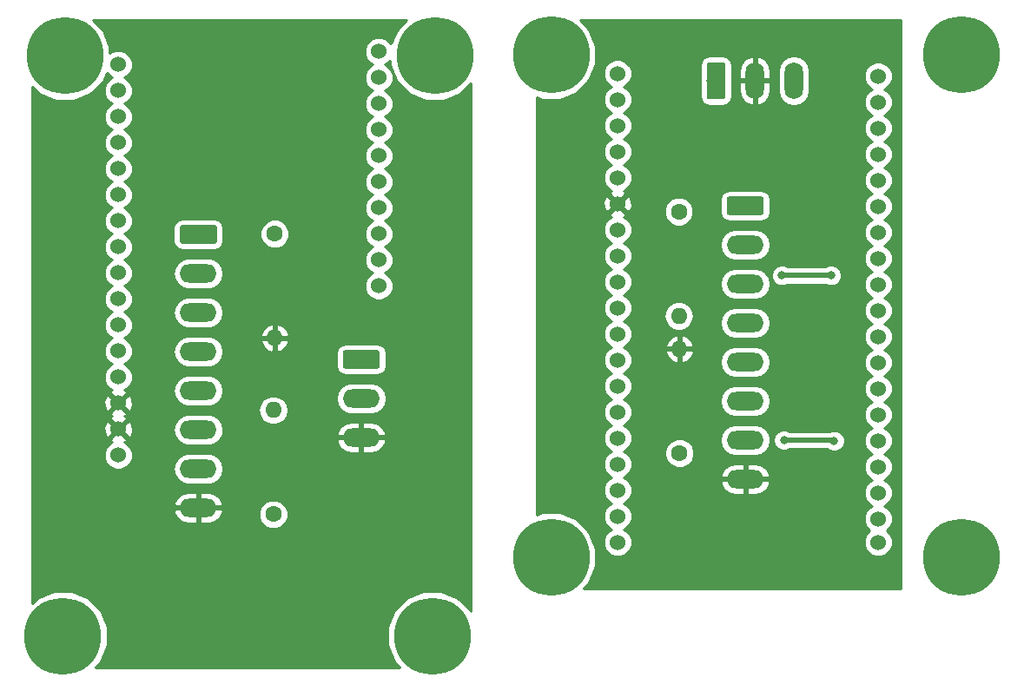
<source format=gbl>
G04 #@! TF.GenerationSoftware,KiCad,Pcbnew,5.0.2+dfsg1-1*
G04 #@! TF.CreationDate,2019-04-19T11:15:25+12:00*
G04 #@! TF.ProjectId,esp_sens,6573705f-7365-46e7-932e-6b696361645f,rev?*
G04 #@! TF.SameCoordinates,Original*
G04 #@! TF.FileFunction,Copper,L2,Bot*
G04 #@! TF.FilePolarity,Positive*
%FSLAX46Y46*%
G04 Gerber Fmt 4.6, Leading zero omitted, Abs format (unit mm)*
G04 Created by KiCad (PCBNEW 5.0.2+dfsg1-1) date Fri 19 Apr 2019 11:15:25 NZST*
%MOMM*%
%LPD*%
G01*
G04 APERTURE LIST*
G04 #@! TA.AperFunction,ComponentPad*
%ADD10C,1.524000*%
G04 #@! TD*
G04 #@! TA.AperFunction,ComponentPad*
%ADD11O,3.600000X1.800000*%
G04 #@! TD*
G04 #@! TA.AperFunction,Conductor*
%ADD12C,0.100000*%
G04 #@! TD*
G04 #@! TA.AperFunction,ComponentPad*
%ADD13C,1.800000*%
G04 #@! TD*
G04 #@! TA.AperFunction,ComponentPad*
%ADD14C,7.500000*%
G04 #@! TD*
G04 #@! TA.AperFunction,ComponentPad*
%ADD15C,1.600000*%
G04 #@! TD*
G04 #@! TA.AperFunction,ComponentPad*
%ADD16O,1.600000X1.600000*%
G04 #@! TD*
G04 #@! TA.AperFunction,ComponentPad*
%ADD17O,1.800000X3.600000*%
G04 #@! TD*
G04 #@! TA.AperFunction,ViaPad*
%ADD18C,0.800000*%
G04 #@! TD*
G04 #@! TA.AperFunction,Conductor*
%ADD19C,0.500000*%
G04 #@! TD*
G04 #@! TA.AperFunction,Conductor*
%ADD20C,0.254000*%
G04 #@! TD*
G04 APERTURE END LIST*
D10*
G04 #@! TO.P,U1,1*
G04 #@! TO.N,Net-(U1-Pad1)*
X190722000Y-53149500D03*
G04 #@! TO.P,U1,2*
G04 #@! TO.N,Net-(U1-Pad2)*
X190722000Y-55689500D03*
G04 #@! TO.P,U1,3*
G04 #@! TO.N,Net-(U1-Pad3)*
X190722000Y-58229500D03*
G04 #@! TO.P,U1,4*
G04 #@! TO.N,Net-(U1-Pad4)*
X190722000Y-60769500D03*
G04 #@! TO.P,U1,5*
G04 #@! TO.N,Net-(U1-Pad5)*
X190722000Y-63309500D03*
G04 #@! TO.P,U1,6*
G04 #@! TO.N,Net-(U1-Pad6)*
X190722000Y-65849500D03*
G04 #@! TO.P,U1,7*
G04 #@! TO.N,Net-(U1-Pad7)*
X190722000Y-68389500D03*
G04 #@! TO.P,U1,8*
G04 #@! TO.N,Net-(U1-Pad8)*
X190722000Y-70929500D03*
G04 #@! TO.P,U1,9*
G04 #@! TO.N,Net-(U1-Pad9)*
X190722000Y-73469500D03*
G04 #@! TO.P,U1,10*
G04 #@! TO.N,Net-(U1-Pad10)*
X190722000Y-76009500D03*
G04 #@! TO.P,U1,11*
G04 #@! TO.N,Net-(U1-Pad11)*
X190722000Y-78549500D03*
G04 #@! TO.P,U1,12*
G04 #@! TO.N,Net-(U1-Pad12)*
X190722000Y-81089500D03*
G04 #@! TO.P,U1,13*
G04 #@! TO.N,Net-(U1-Pad13)*
X190722000Y-83629500D03*
G04 #@! TO.P,U1,14*
G04 #@! TO.N,IO_7*
X190722000Y-86169500D03*
G04 #@! TO.P,U1,15*
G04 #@! TO.N,Net-(U1-Pad15)*
X190722000Y-88709500D03*
G04 #@! TO.P,U1,16*
G04 #@! TO.N,Net-(U1-Pad16)*
X190722000Y-91249500D03*
G04 #@! TO.P,U1,17*
G04 #@! TO.N,IO_1*
X190722000Y-93789500D03*
G04 #@! TO.P,U1,18*
G04 #@! TO.N,Net-(U1-Pad18)*
X190722000Y-96329500D03*
G04 #@! TO.P,U1,19*
G04 #@! TO.N,Net-(U1-Pad19)*
X190722000Y-98615500D03*
G04 #@! TO.P,U1,20*
G04 #@! TO.N,+3V3*
X165322000Y-98615500D03*
G04 #@! TO.P,U1,21*
G04 #@! TO.N,Net-(U1-Pad21)*
X165322000Y-96075500D03*
G04 #@! TO.P,U1,22*
G04 #@! TO.N,Net-(U1-Pad22)*
X165322000Y-93535500D03*
G04 #@! TO.P,U1,23*
G04 #@! TO.N,Net-(U1-Pad23)*
X165322000Y-90995500D03*
G04 #@! TO.P,U1,24*
G04 #@! TO.N,Net-(U1-Pad24)*
X165322000Y-88455500D03*
G04 #@! TO.P,U1,25*
G04 #@! TO.N,Net-(U1-Pad25)*
X165322000Y-85915500D03*
G04 #@! TO.P,U1,26*
G04 #@! TO.N,IO_9*
X165322000Y-83375500D03*
G04 #@! TO.P,U1,27*
G04 #@! TO.N,IO_10*
X165322000Y-80835500D03*
G04 #@! TO.P,U1,28*
G04 #@! TO.N,DS1820*
X165322000Y-78295500D03*
G04 #@! TO.P,U1,29*
G04 #@! TO.N,IO_6*
X165322000Y-75755500D03*
G04 #@! TO.P,U1,30*
G04 #@! TO.N,Net-(U1-Pad30)*
X165322000Y-73215500D03*
G04 #@! TO.P,U1,31*
G04 #@! TO.N,Net-(U1-Pad31)*
X165322000Y-70675500D03*
G04 #@! TO.P,U1,32*
G04 #@! TO.N,Net-(U1-Pad32)*
X165322000Y-68135500D03*
G04 #@! TO.P,U1,33*
G04 #@! TO.N,GND*
X165322000Y-65595500D03*
G04 #@! TO.P,U1,34*
G04 #@! TO.N,Net-(U1-Pad34)*
X165322000Y-63055500D03*
G04 #@! TO.P,U1,35*
G04 #@! TO.N,Net-(U1-Pad35)*
X165322000Y-60515500D03*
G04 #@! TO.P,U1,36*
G04 #@! TO.N,Net-(U1-Pad36)*
X165322000Y-57975500D03*
G04 #@! TO.P,U1,37*
G04 #@! TO.N,Net-(U1-Pad37)*
X165322000Y-55435500D03*
G04 #@! TO.P,U1,38*
G04 #@! TO.N,+5V*
X165322000Y-52895500D03*
G04 #@! TD*
D11*
G04 #@! TO.P,P4,8*
G04 #@! TO.N,GND*
X177768000Y-92456000D03*
G04 #@! TO.P,P4,7*
G04 #@! TO.N,IO_1*
X177768000Y-88646000D03*
G04 #@! TO.P,P4,6*
G04 #@! TO.N,IO_9*
X177768000Y-84836000D03*
G04 #@! TO.P,P4,5*
G04 #@! TO.N,IO_10*
X177768000Y-81026000D03*
G04 #@! TO.P,P4,4*
G04 #@! TO.N,DS1820*
X177768000Y-77216000D03*
G04 #@! TO.P,P4,3*
G04 #@! TO.N,IO_6*
X177768000Y-73406000D03*
G04 #@! TO.P,P4,2*
G04 #@! TO.N,IO_7*
X177768000Y-69596000D03*
D12*
G04 #@! TD*
G04 #@! TO.N,+3V3*
G04 #@! TO.C,P4*
G36*
X179342504Y-64887204D02*
X179366773Y-64890804D01*
X179390571Y-64896765D01*
X179413671Y-64905030D01*
X179435849Y-64915520D01*
X179456893Y-64928133D01*
X179476598Y-64942747D01*
X179494777Y-64959223D01*
X179511253Y-64977402D01*
X179525867Y-64997107D01*
X179538480Y-65018151D01*
X179548970Y-65040329D01*
X179557235Y-65063429D01*
X179563196Y-65087227D01*
X179566796Y-65111496D01*
X179568000Y-65136000D01*
X179568000Y-66436000D01*
X179566796Y-66460504D01*
X179563196Y-66484773D01*
X179557235Y-66508571D01*
X179548970Y-66531671D01*
X179538480Y-66553849D01*
X179525867Y-66574893D01*
X179511253Y-66594598D01*
X179494777Y-66612777D01*
X179476598Y-66629253D01*
X179456893Y-66643867D01*
X179435849Y-66656480D01*
X179413671Y-66666970D01*
X179390571Y-66675235D01*
X179366773Y-66681196D01*
X179342504Y-66684796D01*
X179318000Y-66686000D01*
X176218000Y-66686000D01*
X176193496Y-66684796D01*
X176169227Y-66681196D01*
X176145429Y-66675235D01*
X176122329Y-66666970D01*
X176100151Y-66656480D01*
X176079107Y-66643867D01*
X176059402Y-66629253D01*
X176041223Y-66612777D01*
X176024747Y-66594598D01*
X176010133Y-66574893D01*
X175997520Y-66553849D01*
X175987030Y-66531671D01*
X175978765Y-66508571D01*
X175972804Y-66484773D01*
X175969204Y-66460504D01*
X175968000Y-66436000D01*
X175968000Y-65136000D01*
X175969204Y-65111496D01*
X175972804Y-65087227D01*
X175978765Y-65063429D01*
X175987030Y-65040329D01*
X175997520Y-65018151D01*
X176010133Y-64997107D01*
X176024747Y-64977402D01*
X176041223Y-64959223D01*
X176059402Y-64942747D01*
X176079107Y-64928133D01*
X176100151Y-64915520D01*
X176122329Y-64905030D01*
X176145429Y-64896765D01*
X176169227Y-64890804D01*
X176193496Y-64887204D01*
X176218000Y-64886000D01*
X179318000Y-64886000D01*
X179342504Y-64887204D01*
X179342504Y-64887204D01*
G37*
D13*
G04 #@! TO.P,P4,1*
G04 #@! TO.N,+3V3*
X177768000Y-65786000D03*
G04 #@! TD*
D14*
G04 #@! TO.P,P6,1*
G04 #@! TO.N,Net-(P6-Pad1)*
X198850000Y-100076000D03*
G04 #@! TD*
G04 #@! TO.P,P7,1*
G04 #@! TO.N,Net-(P7-Pad1)*
X158845000Y-51054000D03*
G04 #@! TD*
G04 #@! TO.P,P8,1*
G04 #@! TO.N,Net-(P8-Pad1)*
X147256500Y-107759500D03*
G04 #@! TD*
G04 #@! TO.P,P9,1*
G04 #@! TO.N,Net-(P9-Pad1)*
X158845000Y-100076000D03*
G04 #@! TD*
G04 #@! TO.P,P10,1*
G04 #@! TO.N,Net-(P10-Pad1)*
X198850000Y-51054000D03*
G04 #@! TD*
G04 #@! TO.P,P11,1*
G04 #@! TO.N,Net-(P11-Pad1)*
X147510500Y-51181000D03*
G04 #@! TD*
G04 #@! TO.P,P12,1*
G04 #@! TO.N,Net-(P12-Pad1)*
X111252000Y-107759500D03*
G04 #@! TD*
G04 #@! TO.P,P13,1*
G04 #@! TO.N,Net-(P13-Pad1)*
X111442500Y-51181000D03*
G04 #@! TD*
D15*
G04 #@! TO.P,R1,1*
G04 #@! TO.N,IO_9*
X171354500Y-89916000D03*
D16*
G04 #@! TO.P,R1,2*
G04 #@! TO.N,GND*
X171354500Y-79756000D03*
G04 #@! TD*
G04 #@! TO.P,R2,2*
G04 #@! TO.N,GNDA*
X131889500Y-78676500D03*
D15*
G04 #@! TO.P,R2,1*
G04 #@! TO.N,IO3*
X131889500Y-68516500D03*
G04 #@! TD*
D16*
G04 #@! TO.P,R3,2*
G04 #@! TO.N,DS1820*
X171291000Y-76517500D03*
D15*
G04 #@! TO.P,R3,1*
G04 #@! TO.N,+3V3*
X171291000Y-66357500D03*
G04 #@! TD*
G04 #@! TO.P,R4,1*
G04 #@! TO.N,+3.3VA*
X131762500Y-95885000D03*
D16*
G04 #@! TO.P,R4,2*
G04 #@! TO.N,DS1820a*
X131762500Y-85725000D03*
G04 #@! TD*
D10*
G04 #@! TO.P,U2,1*
G04 #@! TO.N,+5VA*
X116649500Y-90106500D03*
G04 #@! TO.P,U2,2*
G04 #@! TO.N,GNDA*
X116649500Y-87566500D03*
G04 #@! TO.P,U2,3*
X116649500Y-85026500D03*
G04 #@! TO.P,U2,4*
G04 #@! TO.N,+3.3VA*
X116649500Y-82486500D03*
G04 #@! TO.P,U2,5*
G04 #@! TO.N,Net-(U2-Pad5)*
X116649500Y-79946500D03*
G04 #@! TO.P,U2,6*
G04 #@! TO.N,Net-(U2-Pad6)*
X116649500Y-77406500D03*
G04 #@! TO.P,U2,7*
G04 #@! TO.N,DS1820a*
X116649500Y-74866500D03*
G04 #@! TO.P,U2,8*
G04 #@! TO.N,IO5*
X116649500Y-72326500D03*
G04 #@! TO.P,U2,9*
G04 #@! TO.N,Net-(U2-Pad9)*
X116649500Y-69786500D03*
G04 #@! TO.P,U2,10*
G04 #@! TO.N,IO3*
X116649500Y-67246500D03*
G04 #@! TO.P,U2,11*
G04 #@! TO.N,Net-(U2-Pad11)*
X116649500Y-64706500D03*
G04 #@! TO.P,U2,12*
G04 #@! TO.N,Net-(U2-Pad12)*
X116649500Y-62166500D03*
G04 #@! TO.P,U2,13*
G04 #@! TO.N,Net-(U2-Pad13)*
X116649500Y-59626500D03*
G04 #@! TO.P,U2,14*
G04 #@! TO.N,Net-(U2-Pad14)*
X116649500Y-57086500D03*
G04 #@! TO.P,U2,15*
G04 #@! TO.N,IO4*
X116649500Y-54546500D03*
G04 #@! TO.P,U2,16*
G04 #@! TO.N,Net-(U2-Pad16)*
X116649500Y-52006500D03*
G04 #@! TO.P,U2,17*
G04 #@! TO.N,Net-(U2-Pad17)*
X142049500Y-50736500D03*
G04 #@! TO.P,U2,18*
G04 #@! TO.N,IO2*
X142049500Y-53276500D03*
G04 #@! TO.P,U2,19*
G04 #@! TO.N,IO1*
X142049500Y-55816500D03*
G04 #@! TO.P,U2,20*
G04 #@! TO.N,Net-(U2-Pad20)*
X142049500Y-58356500D03*
G04 #@! TO.P,U2,21*
G04 #@! TO.N,Net-(U2-Pad21)*
X142049500Y-60896500D03*
G04 #@! TO.P,U2,22*
G04 #@! TO.N,Net-(U2-Pad22)*
X142049500Y-63436500D03*
G04 #@! TO.P,U2,23*
G04 #@! TO.N,Net-(U2-Pad23)*
X142049500Y-65976500D03*
G04 #@! TO.P,U2,24*
G04 #@! TO.N,Net-(U2-Pad24)*
X142049500Y-68516500D03*
G04 #@! TO.P,U2,25*
G04 #@! TO.N,Net-(U2-Pad25)*
X142049500Y-71056500D03*
G04 #@! TO.P,U2,26*
G04 #@! TO.N,Net-(U2-Pad26)*
X142049500Y-73596500D03*
G04 #@! TD*
D12*
G04 #@! TO.N,+5V*
G04 #@! TO.C,P1*
G36*
X175585004Y-51795204D02*
X175609273Y-51798804D01*
X175633071Y-51804765D01*
X175656171Y-51813030D01*
X175678349Y-51823520D01*
X175699393Y-51836133D01*
X175719098Y-51850747D01*
X175737277Y-51867223D01*
X175753753Y-51885402D01*
X175768367Y-51905107D01*
X175780980Y-51926151D01*
X175791470Y-51948329D01*
X175799735Y-51971429D01*
X175805696Y-51995227D01*
X175809296Y-52019496D01*
X175810500Y-52044000D01*
X175810500Y-55144000D01*
X175809296Y-55168504D01*
X175805696Y-55192773D01*
X175799735Y-55216571D01*
X175791470Y-55239671D01*
X175780980Y-55261849D01*
X175768367Y-55282893D01*
X175753753Y-55302598D01*
X175737277Y-55320777D01*
X175719098Y-55337253D01*
X175699393Y-55351867D01*
X175678349Y-55364480D01*
X175656171Y-55374970D01*
X175633071Y-55383235D01*
X175609273Y-55389196D01*
X175585004Y-55392796D01*
X175560500Y-55394000D01*
X174260500Y-55394000D01*
X174235996Y-55392796D01*
X174211727Y-55389196D01*
X174187929Y-55383235D01*
X174164829Y-55374970D01*
X174142651Y-55364480D01*
X174121607Y-55351867D01*
X174101902Y-55337253D01*
X174083723Y-55320777D01*
X174067247Y-55302598D01*
X174052633Y-55282893D01*
X174040020Y-55261849D01*
X174029530Y-55239671D01*
X174021265Y-55216571D01*
X174015304Y-55192773D01*
X174011704Y-55168504D01*
X174010500Y-55144000D01*
X174010500Y-52044000D01*
X174011704Y-52019496D01*
X174015304Y-51995227D01*
X174021265Y-51971429D01*
X174029530Y-51948329D01*
X174040020Y-51926151D01*
X174052633Y-51905107D01*
X174067247Y-51885402D01*
X174083723Y-51867223D01*
X174101902Y-51850747D01*
X174121607Y-51836133D01*
X174142651Y-51823520D01*
X174164829Y-51813030D01*
X174187929Y-51804765D01*
X174211727Y-51798804D01*
X174235996Y-51795204D01*
X174260500Y-51794000D01*
X175560500Y-51794000D01*
X175585004Y-51795204D01*
X175585004Y-51795204D01*
G37*
D13*
G04 #@! TD*
G04 #@! TO.P,P1,1*
G04 #@! TO.N,+5V*
X174910500Y-53594000D03*
D17*
G04 #@! TO.P,P1,2*
G04 #@! TO.N,GND*
X178720500Y-53594000D03*
G04 #@! TO.P,P1,3*
G04 #@! TO.N,+3V3*
X182530500Y-53594000D03*
G04 #@! TD*
D11*
G04 #@! TO.P,P2,3*
G04 #@! TO.N,GNDA*
X140335000Y-88392000D03*
G04 #@! TO.P,P2,2*
G04 #@! TO.N,+3.3VA*
X140335000Y-84582000D03*
D12*
G04 #@! TD*
G04 #@! TO.N,+5VA*
G04 #@! TO.C,P2*
G36*
X141909504Y-79873204D02*
X141933773Y-79876804D01*
X141957571Y-79882765D01*
X141980671Y-79891030D01*
X142002849Y-79901520D01*
X142023893Y-79914133D01*
X142043598Y-79928747D01*
X142061777Y-79945223D01*
X142078253Y-79963402D01*
X142092867Y-79983107D01*
X142105480Y-80004151D01*
X142115970Y-80026329D01*
X142124235Y-80049429D01*
X142130196Y-80073227D01*
X142133796Y-80097496D01*
X142135000Y-80122000D01*
X142135000Y-81422000D01*
X142133796Y-81446504D01*
X142130196Y-81470773D01*
X142124235Y-81494571D01*
X142115970Y-81517671D01*
X142105480Y-81539849D01*
X142092867Y-81560893D01*
X142078253Y-81580598D01*
X142061777Y-81598777D01*
X142043598Y-81615253D01*
X142023893Y-81629867D01*
X142002849Y-81642480D01*
X141980671Y-81652970D01*
X141957571Y-81661235D01*
X141933773Y-81667196D01*
X141909504Y-81670796D01*
X141885000Y-81672000D01*
X138785000Y-81672000D01*
X138760496Y-81670796D01*
X138736227Y-81667196D01*
X138712429Y-81661235D01*
X138689329Y-81652970D01*
X138667151Y-81642480D01*
X138646107Y-81629867D01*
X138626402Y-81615253D01*
X138608223Y-81598777D01*
X138591747Y-81580598D01*
X138577133Y-81560893D01*
X138564520Y-81539849D01*
X138554030Y-81517671D01*
X138545765Y-81494571D01*
X138539804Y-81470773D01*
X138536204Y-81446504D01*
X138535000Y-81422000D01*
X138535000Y-80122000D01*
X138536204Y-80097496D01*
X138539804Y-80073227D01*
X138545765Y-80049429D01*
X138554030Y-80026329D01*
X138564520Y-80004151D01*
X138577133Y-79983107D01*
X138591747Y-79963402D01*
X138608223Y-79945223D01*
X138626402Y-79928747D01*
X138646107Y-79914133D01*
X138667151Y-79901520D01*
X138689329Y-79891030D01*
X138712429Y-79882765D01*
X138736227Y-79876804D01*
X138760496Y-79873204D01*
X138785000Y-79872000D01*
X141885000Y-79872000D01*
X141909504Y-79873204D01*
X141909504Y-79873204D01*
G37*
D13*
G04 #@! TO.P,P2,1*
G04 #@! TO.N,+5VA*
X140335000Y-80772000D03*
G04 #@! TD*
D12*
G04 #@! TO.N,IO4*
G04 #@! TO.C,P5*
G36*
X126034504Y-67681204D02*
X126058773Y-67684804D01*
X126082571Y-67690765D01*
X126105671Y-67699030D01*
X126127849Y-67709520D01*
X126148893Y-67722133D01*
X126168598Y-67736747D01*
X126186777Y-67753223D01*
X126203253Y-67771402D01*
X126217867Y-67791107D01*
X126230480Y-67812151D01*
X126240970Y-67834329D01*
X126249235Y-67857429D01*
X126255196Y-67881227D01*
X126258796Y-67905496D01*
X126260000Y-67930000D01*
X126260000Y-69230000D01*
X126258796Y-69254504D01*
X126255196Y-69278773D01*
X126249235Y-69302571D01*
X126240970Y-69325671D01*
X126230480Y-69347849D01*
X126217867Y-69368893D01*
X126203253Y-69388598D01*
X126186777Y-69406777D01*
X126168598Y-69423253D01*
X126148893Y-69437867D01*
X126127849Y-69450480D01*
X126105671Y-69460970D01*
X126082571Y-69469235D01*
X126058773Y-69475196D01*
X126034504Y-69478796D01*
X126010000Y-69480000D01*
X122910000Y-69480000D01*
X122885496Y-69478796D01*
X122861227Y-69475196D01*
X122837429Y-69469235D01*
X122814329Y-69460970D01*
X122792151Y-69450480D01*
X122771107Y-69437867D01*
X122751402Y-69423253D01*
X122733223Y-69406777D01*
X122716747Y-69388598D01*
X122702133Y-69368893D01*
X122689520Y-69347849D01*
X122679030Y-69325671D01*
X122670765Y-69302571D01*
X122664804Y-69278773D01*
X122661204Y-69254504D01*
X122660000Y-69230000D01*
X122660000Y-67930000D01*
X122661204Y-67905496D01*
X122664804Y-67881227D01*
X122670765Y-67857429D01*
X122679030Y-67834329D01*
X122689520Y-67812151D01*
X122702133Y-67791107D01*
X122716747Y-67771402D01*
X122733223Y-67753223D01*
X122751402Y-67736747D01*
X122771107Y-67722133D01*
X122792151Y-67709520D01*
X122814329Y-67699030D01*
X122837429Y-67690765D01*
X122861227Y-67684804D01*
X122885496Y-67681204D01*
X122910000Y-67680000D01*
X126010000Y-67680000D01*
X126034504Y-67681204D01*
X126034504Y-67681204D01*
G37*
D13*
G04 #@! TD*
G04 #@! TO.P,P5,1*
G04 #@! TO.N,IO4*
X124460000Y-68580000D03*
D11*
G04 #@! TO.P,P5,2*
G04 #@! TO.N,IO2*
X124460000Y-72390000D03*
G04 #@! TO.P,P5,3*
G04 #@! TO.N,IO1*
X124460000Y-76200000D03*
G04 #@! TO.P,P5,4*
G04 #@! TO.N,IO3*
X124460000Y-80010000D03*
G04 #@! TO.P,P5,5*
G04 #@! TO.N,IO5*
X124460000Y-83820000D03*
G04 #@! TO.P,P5,6*
G04 #@! TO.N,DS1820a*
X124460000Y-87630000D03*
G04 #@! TO.P,P5,7*
G04 #@! TO.N,+3.3VA*
X124460000Y-91440000D03*
G04 #@! TO.P,P5,8*
G04 #@! TO.N,GNDA*
X124460000Y-95250000D03*
G04 #@! TD*
D18*
G04 #@! TO.N,IO_1*
X181546500Y-88646000D03*
X186436000Y-88709500D03*
G04 #@! TO.N,IO_7*
X181356000Y-72580500D03*
X186118500Y-72580500D03*
G04 #@! TD*
D19*
G04 #@! TO.N,IO_1*
X181546500Y-88646000D02*
X186372500Y-88646000D01*
X186372500Y-88646000D02*
X186436000Y-88709500D01*
G04 #@! TO.N,IO_7*
X181356000Y-72580500D02*
X186118500Y-72580500D01*
G04 #@! TD*
D20*
G04 #@! TO.N,GNDA*
G36*
X143793077Y-48697097D02*
X143254965Y-49996212D01*
X143233820Y-49945163D01*
X142840837Y-49552180D01*
X142327381Y-49339500D01*
X141771619Y-49339500D01*
X141258163Y-49552180D01*
X140865180Y-49945163D01*
X140652500Y-50458619D01*
X140652500Y-51014381D01*
X140865180Y-51527837D01*
X141258163Y-51920820D01*
X141465013Y-52006500D01*
X141258163Y-52092180D01*
X140865180Y-52485163D01*
X140652500Y-52998619D01*
X140652500Y-53554381D01*
X140865180Y-54067837D01*
X141258163Y-54460820D01*
X141465013Y-54546500D01*
X141258163Y-54632180D01*
X140865180Y-55025163D01*
X140652500Y-55538619D01*
X140652500Y-56094381D01*
X140865180Y-56607837D01*
X141258163Y-57000820D01*
X141465013Y-57086500D01*
X141258163Y-57172180D01*
X140865180Y-57565163D01*
X140652500Y-58078619D01*
X140652500Y-58634381D01*
X140865180Y-59147837D01*
X141258163Y-59540820D01*
X141465013Y-59626500D01*
X141258163Y-59712180D01*
X140865180Y-60105163D01*
X140652500Y-60618619D01*
X140652500Y-61174381D01*
X140865180Y-61687837D01*
X141258163Y-62080820D01*
X141465013Y-62166500D01*
X141258163Y-62252180D01*
X140865180Y-62645163D01*
X140652500Y-63158619D01*
X140652500Y-63714381D01*
X140865180Y-64227837D01*
X141258163Y-64620820D01*
X141465013Y-64706500D01*
X141258163Y-64792180D01*
X140865180Y-65185163D01*
X140652500Y-65698619D01*
X140652500Y-66254381D01*
X140865180Y-66767837D01*
X141258163Y-67160820D01*
X141465013Y-67246500D01*
X141258163Y-67332180D01*
X140865180Y-67725163D01*
X140652500Y-68238619D01*
X140652500Y-68794381D01*
X140865180Y-69307837D01*
X141258163Y-69700820D01*
X141465013Y-69786500D01*
X141258163Y-69872180D01*
X140865180Y-70265163D01*
X140652500Y-70778619D01*
X140652500Y-71334381D01*
X140865180Y-71847837D01*
X141258163Y-72240820D01*
X141465013Y-72326500D01*
X141258163Y-72412180D01*
X140865180Y-72805163D01*
X140652500Y-73318619D01*
X140652500Y-73874381D01*
X140865180Y-74387837D01*
X141258163Y-74780820D01*
X141771619Y-74993500D01*
X142327381Y-74993500D01*
X142840837Y-74780820D01*
X143233820Y-74387837D01*
X143446500Y-73874381D01*
X143446500Y-73318619D01*
X143233820Y-72805163D01*
X142840837Y-72412180D01*
X142633987Y-72326500D01*
X142840837Y-72240820D01*
X143233820Y-71847837D01*
X143446500Y-71334381D01*
X143446500Y-70778619D01*
X143233820Y-70265163D01*
X142840837Y-69872180D01*
X142633987Y-69786500D01*
X142840837Y-69700820D01*
X143233820Y-69307837D01*
X143446500Y-68794381D01*
X143446500Y-68238619D01*
X143233820Y-67725163D01*
X142840837Y-67332180D01*
X142633987Y-67246500D01*
X142840837Y-67160820D01*
X143233820Y-66767837D01*
X143446500Y-66254381D01*
X143446500Y-65698619D01*
X143233820Y-65185163D01*
X142840837Y-64792180D01*
X142633987Y-64706500D01*
X142840837Y-64620820D01*
X143233820Y-64227837D01*
X143446500Y-63714381D01*
X143446500Y-63158619D01*
X143233820Y-62645163D01*
X142840837Y-62252180D01*
X142633987Y-62166500D01*
X142840837Y-62080820D01*
X143233820Y-61687837D01*
X143446500Y-61174381D01*
X143446500Y-60618619D01*
X143233820Y-60105163D01*
X142840837Y-59712180D01*
X142633987Y-59626500D01*
X142840837Y-59540820D01*
X143233820Y-59147837D01*
X143446500Y-58634381D01*
X143446500Y-58078619D01*
X143233820Y-57565163D01*
X142840837Y-57172180D01*
X142633987Y-57086500D01*
X142840837Y-57000820D01*
X143233820Y-56607837D01*
X143446500Y-56094381D01*
X143446500Y-55538619D01*
X143233820Y-55025163D01*
X142840837Y-54632180D01*
X142633987Y-54546500D01*
X142840837Y-54460820D01*
X143233820Y-54067837D01*
X143446500Y-53554381D01*
X143446500Y-52998619D01*
X143233820Y-52485163D01*
X142840837Y-52092180D01*
X142633987Y-52006500D01*
X142840837Y-51920820D01*
X143125500Y-51636157D01*
X143125500Y-52053231D01*
X143793077Y-53664903D01*
X145026597Y-54898423D01*
X146638269Y-55566000D01*
X148382731Y-55566000D01*
X149994403Y-54898423D01*
X151003000Y-53889826D01*
X151003000Y-105345795D01*
X150973923Y-105275597D01*
X149740403Y-104042077D01*
X148128731Y-103374500D01*
X146384269Y-103374500D01*
X144772597Y-104042077D01*
X143539077Y-105275597D01*
X142871500Y-106887269D01*
X142871500Y-108631731D01*
X143539077Y-110243403D01*
X144091674Y-110796000D01*
X114416826Y-110796000D01*
X114969423Y-110243403D01*
X115637000Y-108631731D01*
X115637000Y-106887269D01*
X114969423Y-105275597D01*
X113735903Y-104042077D01*
X112124231Y-103374500D01*
X110379769Y-103374500D01*
X108768097Y-104042077D01*
X108215500Y-104594674D01*
X108215500Y-95614740D01*
X122068964Y-95614740D01*
X122093244Y-95720086D01*
X122384788Y-96245606D01*
X122855248Y-96619554D01*
X123433000Y-96785000D01*
X124333000Y-96785000D01*
X124333000Y-95377000D01*
X124587000Y-95377000D01*
X124587000Y-96785000D01*
X125487000Y-96785000D01*
X126064752Y-96619554D01*
X126535212Y-96245606D01*
X126826756Y-95720086D01*
X126851036Y-95614740D01*
X126843333Y-95599561D01*
X130327500Y-95599561D01*
X130327500Y-96170439D01*
X130545966Y-96697862D01*
X130949638Y-97101534D01*
X131477061Y-97320000D01*
X132047939Y-97320000D01*
X132575362Y-97101534D01*
X132979034Y-96697862D01*
X133197500Y-96170439D01*
X133197500Y-95599561D01*
X132979034Y-95072138D01*
X132575362Y-94668466D01*
X132047939Y-94450000D01*
X131477061Y-94450000D01*
X130949638Y-94668466D01*
X130545966Y-95072138D01*
X130327500Y-95599561D01*
X126843333Y-95599561D01*
X126730378Y-95377000D01*
X124587000Y-95377000D01*
X124333000Y-95377000D01*
X122189622Y-95377000D01*
X122068964Y-95614740D01*
X108215500Y-95614740D01*
X108215500Y-94885260D01*
X122068964Y-94885260D01*
X122189622Y-95123000D01*
X124333000Y-95123000D01*
X124333000Y-93715000D01*
X124587000Y-93715000D01*
X124587000Y-95123000D01*
X126730378Y-95123000D01*
X126851036Y-94885260D01*
X126826756Y-94779914D01*
X126535212Y-94254394D01*
X126064752Y-93880446D01*
X125487000Y-93715000D01*
X124587000Y-93715000D01*
X124333000Y-93715000D01*
X123433000Y-93715000D01*
X122855248Y-93880446D01*
X122384788Y-94254394D01*
X122093244Y-94779914D01*
X122068964Y-94885260D01*
X108215500Y-94885260D01*
X108215500Y-89828619D01*
X115252500Y-89828619D01*
X115252500Y-90384381D01*
X115465180Y-90897837D01*
X115858163Y-91290820D01*
X116371619Y-91503500D01*
X116927381Y-91503500D01*
X117080683Y-91440000D01*
X121994928Y-91440000D01*
X122114062Y-92038927D01*
X122453327Y-92546673D01*
X122961073Y-92885938D01*
X123408818Y-92975000D01*
X125511182Y-92975000D01*
X125958927Y-92885938D01*
X126466673Y-92546673D01*
X126805938Y-92038927D01*
X126925072Y-91440000D01*
X126805938Y-90841073D01*
X126466673Y-90333327D01*
X125958927Y-89994062D01*
X125511182Y-89905000D01*
X123408818Y-89905000D01*
X122961073Y-89994062D01*
X122453327Y-90333327D01*
X122114062Y-90841073D01*
X121994928Y-91440000D01*
X117080683Y-91440000D01*
X117440837Y-91290820D01*
X117833820Y-90897837D01*
X118046500Y-90384381D01*
X118046500Y-89828619D01*
X117833820Y-89315163D01*
X117440837Y-88922180D01*
X117249853Y-88843072D01*
X117380643Y-88788897D01*
X117450108Y-88546713D01*
X116649500Y-87746105D01*
X115848892Y-88546713D01*
X115918357Y-88788897D01*
X116058893Y-88839035D01*
X115858163Y-88922180D01*
X115465180Y-89315163D01*
X115252500Y-89828619D01*
X108215500Y-89828619D01*
X108215500Y-87358802D01*
X115240356Y-87358802D01*
X115268138Y-87913868D01*
X115427103Y-88297643D01*
X115669287Y-88367108D01*
X116469895Y-87566500D01*
X116829105Y-87566500D01*
X117629713Y-88367108D01*
X117871897Y-88297643D01*
X118058644Y-87774198D01*
X118051427Y-87630000D01*
X121994928Y-87630000D01*
X122114062Y-88228927D01*
X122453327Y-88736673D01*
X122961073Y-89075938D01*
X123408818Y-89165000D01*
X125511182Y-89165000D01*
X125958927Y-89075938D01*
X126436640Y-88756740D01*
X137943964Y-88756740D01*
X137968244Y-88862086D01*
X138259788Y-89387606D01*
X138730248Y-89761554D01*
X139308000Y-89927000D01*
X140208000Y-89927000D01*
X140208000Y-88519000D01*
X140462000Y-88519000D01*
X140462000Y-89927000D01*
X141362000Y-89927000D01*
X141939752Y-89761554D01*
X142410212Y-89387606D01*
X142701756Y-88862086D01*
X142726036Y-88756740D01*
X142605378Y-88519000D01*
X140462000Y-88519000D01*
X140208000Y-88519000D01*
X138064622Y-88519000D01*
X137943964Y-88756740D01*
X126436640Y-88756740D01*
X126466673Y-88736673D01*
X126805938Y-88228927D01*
X126846052Y-88027260D01*
X137943964Y-88027260D01*
X138064622Y-88265000D01*
X140208000Y-88265000D01*
X140208000Y-86857000D01*
X140462000Y-86857000D01*
X140462000Y-88265000D01*
X142605378Y-88265000D01*
X142726036Y-88027260D01*
X142701756Y-87921914D01*
X142410212Y-87396394D01*
X141939752Y-87022446D01*
X141362000Y-86857000D01*
X140462000Y-86857000D01*
X140208000Y-86857000D01*
X139308000Y-86857000D01*
X138730248Y-87022446D01*
X138259788Y-87396394D01*
X137968244Y-87921914D01*
X137943964Y-88027260D01*
X126846052Y-88027260D01*
X126925072Y-87630000D01*
X126805938Y-87031073D01*
X126466673Y-86523327D01*
X125958927Y-86184062D01*
X125511182Y-86095000D01*
X123408818Y-86095000D01*
X122961073Y-86184062D01*
X122453327Y-86523327D01*
X122114062Y-87031073D01*
X121994928Y-87630000D01*
X118051427Y-87630000D01*
X118030862Y-87219132D01*
X117871897Y-86835357D01*
X117629713Y-86765892D01*
X116829105Y-87566500D01*
X116469895Y-87566500D01*
X115669287Y-86765892D01*
X115427103Y-86835357D01*
X115240356Y-87358802D01*
X108215500Y-87358802D01*
X108215500Y-86006713D01*
X115848892Y-86006713D01*
X115918357Y-86248897D01*
X116041844Y-86292953D01*
X115918357Y-86344103D01*
X115848892Y-86586287D01*
X116649500Y-87386895D01*
X117450108Y-86586287D01*
X117380643Y-86344103D01*
X117257156Y-86300047D01*
X117380643Y-86248897D01*
X117450108Y-86006713D01*
X116649500Y-85206105D01*
X115848892Y-86006713D01*
X108215500Y-86006713D01*
X108215500Y-84818802D01*
X115240356Y-84818802D01*
X115268138Y-85373868D01*
X115427103Y-85757643D01*
X115669287Y-85827108D01*
X116469895Y-85026500D01*
X116829105Y-85026500D01*
X117629713Y-85827108D01*
X117871897Y-85757643D01*
X117883542Y-85725000D01*
X130299387Y-85725000D01*
X130410760Y-86284909D01*
X130727923Y-86759577D01*
X131202591Y-87076740D01*
X131621167Y-87160000D01*
X131903833Y-87160000D01*
X132322409Y-87076740D01*
X132797077Y-86759577D01*
X133114240Y-86284909D01*
X133225613Y-85725000D01*
X133114240Y-85165091D01*
X132797077Y-84690423D01*
X132634811Y-84582000D01*
X137869928Y-84582000D01*
X137989062Y-85180927D01*
X138328327Y-85688673D01*
X138836073Y-86027938D01*
X139283818Y-86117000D01*
X141386182Y-86117000D01*
X141833927Y-86027938D01*
X142341673Y-85688673D01*
X142680938Y-85180927D01*
X142800072Y-84582000D01*
X142680938Y-83983073D01*
X142341673Y-83475327D01*
X141833927Y-83136062D01*
X141386182Y-83047000D01*
X139283818Y-83047000D01*
X138836073Y-83136062D01*
X138328327Y-83475327D01*
X137989062Y-83983073D01*
X137869928Y-84582000D01*
X132634811Y-84582000D01*
X132322409Y-84373260D01*
X131903833Y-84290000D01*
X131621167Y-84290000D01*
X131202591Y-84373260D01*
X130727923Y-84690423D01*
X130410760Y-85165091D01*
X130299387Y-85725000D01*
X117883542Y-85725000D01*
X118058644Y-85234198D01*
X118030862Y-84679132D01*
X117871897Y-84295357D01*
X117629713Y-84225892D01*
X116829105Y-85026500D01*
X116469895Y-85026500D01*
X115669287Y-84225892D01*
X115427103Y-84295357D01*
X115240356Y-84818802D01*
X108215500Y-84818802D01*
X108215500Y-54155326D01*
X108958597Y-54898423D01*
X110570269Y-55566000D01*
X112314731Y-55566000D01*
X113926403Y-54898423D01*
X115159923Y-53664903D01*
X115503289Y-52835946D01*
X115858163Y-53190820D01*
X116065013Y-53276500D01*
X115858163Y-53362180D01*
X115465180Y-53755163D01*
X115252500Y-54268619D01*
X115252500Y-54824381D01*
X115465180Y-55337837D01*
X115858163Y-55730820D01*
X116065013Y-55816500D01*
X115858163Y-55902180D01*
X115465180Y-56295163D01*
X115252500Y-56808619D01*
X115252500Y-57364381D01*
X115465180Y-57877837D01*
X115858163Y-58270820D01*
X116065013Y-58356500D01*
X115858163Y-58442180D01*
X115465180Y-58835163D01*
X115252500Y-59348619D01*
X115252500Y-59904381D01*
X115465180Y-60417837D01*
X115858163Y-60810820D01*
X116065013Y-60896500D01*
X115858163Y-60982180D01*
X115465180Y-61375163D01*
X115252500Y-61888619D01*
X115252500Y-62444381D01*
X115465180Y-62957837D01*
X115858163Y-63350820D01*
X116065013Y-63436500D01*
X115858163Y-63522180D01*
X115465180Y-63915163D01*
X115252500Y-64428619D01*
X115252500Y-64984381D01*
X115465180Y-65497837D01*
X115858163Y-65890820D01*
X116065013Y-65976500D01*
X115858163Y-66062180D01*
X115465180Y-66455163D01*
X115252500Y-66968619D01*
X115252500Y-67524381D01*
X115465180Y-68037837D01*
X115858163Y-68430820D01*
X116065013Y-68516500D01*
X115858163Y-68602180D01*
X115465180Y-68995163D01*
X115252500Y-69508619D01*
X115252500Y-70064381D01*
X115465180Y-70577837D01*
X115858163Y-70970820D01*
X116065013Y-71056500D01*
X115858163Y-71142180D01*
X115465180Y-71535163D01*
X115252500Y-72048619D01*
X115252500Y-72604381D01*
X115465180Y-73117837D01*
X115858163Y-73510820D01*
X116065013Y-73596500D01*
X115858163Y-73682180D01*
X115465180Y-74075163D01*
X115252500Y-74588619D01*
X115252500Y-75144381D01*
X115465180Y-75657837D01*
X115858163Y-76050820D01*
X116065013Y-76136500D01*
X115858163Y-76222180D01*
X115465180Y-76615163D01*
X115252500Y-77128619D01*
X115252500Y-77684381D01*
X115465180Y-78197837D01*
X115858163Y-78590820D01*
X116065013Y-78676500D01*
X115858163Y-78762180D01*
X115465180Y-79155163D01*
X115252500Y-79668619D01*
X115252500Y-80224381D01*
X115465180Y-80737837D01*
X115858163Y-81130820D01*
X116065013Y-81216500D01*
X115858163Y-81302180D01*
X115465180Y-81695163D01*
X115252500Y-82208619D01*
X115252500Y-82764381D01*
X115465180Y-83277837D01*
X115858163Y-83670820D01*
X116049147Y-83749928D01*
X115918357Y-83804103D01*
X115848892Y-84046287D01*
X116649500Y-84846895D01*
X117450108Y-84046287D01*
X117385203Y-83820000D01*
X121994928Y-83820000D01*
X122114062Y-84418927D01*
X122453327Y-84926673D01*
X122961073Y-85265938D01*
X123408818Y-85355000D01*
X125511182Y-85355000D01*
X125958927Y-85265938D01*
X126466673Y-84926673D01*
X126805938Y-84418927D01*
X126925072Y-83820000D01*
X126805938Y-83221073D01*
X126466673Y-82713327D01*
X125958927Y-82374062D01*
X125511182Y-82285000D01*
X123408818Y-82285000D01*
X122961073Y-82374062D01*
X122453327Y-82713327D01*
X122114062Y-83221073D01*
X121994928Y-83820000D01*
X117385203Y-83820000D01*
X117380643Y-83804103D01*
X117240107Y-83753965D01*
X117440837Y-83670820D01*
X117833820Y-83277837D01*
X118046500Y-82764381D01*
X118046500Y-82208619D01*
X117833820Y-81695163D01*
X117440837Y-81302180D01*
X117233987Y-81216500D01*
X117440837Y-81130820D01*
X117833820Y-80737837D01*
X118046500Y-80224381D01*
X118046500Y-80010000D01*
X121994928Y-80010000D01*
X122114062Y-80608927D01*
X122453327Y-81116673D01*
X122961073Y-81455938D01*
X123408818Y-81545000D01*
X125511182Y-81545000D01*
X125958927Y-81455938D01*
X126466673Y-81116673D01*
X126805938Y-80608927D01*
X126902793Y-80122000D01*
X137887560Y-80122000D01*
X137887560Y-81422000D01*
X137955874Y-81765435D01*
X138150414Y-82056586D01*
X138441565Y-82251126D01*
X138785000Y-82319440D01*
X141885000Y-82319440D01*
X142228435Y-82251126D01*
X142519586Y-82056586D01*
X142714126Y-81765435D01*
X142782440Y-81422000D01*
X142782440Y-80122000D01*
X142714126Y-79778565D01*
X142519586Y-79487414D01*
X142228435Y-79292874D01*
X141885000Y-79224560D01*
X138785000Y-79224560D01*
X138441565Y-79292874D01*
X138150414Y-79487414D01*
X137955874Y-79778565D01*
X137887560Y-80122000D01*
X126902793Y-80122000D01*
X126925072Y-80010000D01*
X126805938Y-79411073D01*
X126548334Y-79025541D01*
X130497586Y-79025541D01*
X130737111Y-79531634D01*
X131152077Y-79907541D01*
X131540461Y-80068404D01*
X131762500Y-79946415D01*
X131762500Y-78803500D01*
X132016500Y-78803500D01*
X132016500Y-79946415D01*
X132238539Y-80068404D01*
X132626923Y-79907541D01*
X133041889Y-79531634D01*
X133281414Y-79025541D01*
X133160129Y-78803500D01*
X132016500Y-78803500D01*
X131762500Y-78803500D01*
X130618871Y-78803500D01*
X130497586Y-79025541D01*
X126548334Y-79025541D01*
X126466673Y-78903327D01*
X125958927Y-78564062D01*
X125511182Y-78475000D01*
X123408818Y-78475000D01*
X122961073Y-78564062D01*
X122453327Y-78903327D01*
X122114062Y-79411073D01*
X121994928Y-80010000D01*
X118046500Y-80010000D01*
X118046500Y-79668619D01*
X117833820Y-79155163D01*
X117440837Y-78762180D01*
X117233987Y-78676500D01*
X117440837Y-78590820D01*
X117704198Y-78327459D01*
X130497586Y-78327459D01*
X130618871Y-78549500D01*
X131762500Y-78549500D01*
X131762500Y-77406585D01*
X132016500Y-77406585D01*
X132016500Y-78549500D01*
X133160129Y-78549500D01*
X133281414Y-78327459D01*
X133041889Y-77821366D01*
X132626923Y-77445459D01*
X132238539Y-77284596D01*
X132016500Y-77406585D01*
X131762500Y-77406585D01*
X131540461Y-77284596D01*
X131152077Y-77445459D01*
X130737111Y-77821366D01*
X130497586Y-78327459D01*
X117704198Y-78327459D01*
X117833820Y-78197837D01*
X118046500Y-77684381D01*
X118046500Y-77128619D01*
X117833820Y-76615163D01*
X117440837Y-76222180D01*
X117387290Y-76200000D01*
X121994928Y-76200000D01*
X122114062Y-76798927D01*
X122453327Y-77306673D01*
X122961073Y-77645938D01*
X123408818Y-77735000D01*
X125511182Y-77735000D01*
X125958927Y-77645938D01*
X126466673Y-77306673D01*
X126805938Y-76798927D01*
X126925072Y-76200000D01*
X126805938Y-75601073D01*
X126466673Y-75093327D01*
X125958927Y-74754062D01*
X125511182Y-74665000D01*
X123408818Y-74665000D01*
X122961073Y-74754062D01*
X122453327Y-75093327D01*
X122114062Y-75601073D01*
X121994928Y-76200000D01*
X117387290Y-76200000D01*
X117233987Y-76136500D01*
X117440837Y-76050820D01*
X117833820Y-75657837D01*
X118046500Y-75144381D01*
X118046500Y-74588619D01*
X117833820Y-74075163D01*
X117440837Y-73682180D01*
X117233987Y-73596500D01*
X117440837Y-73510820D01*
X117833820Y-73117837D01*
X118046500Y-72604381D01*
X118046500Y-72390000D01*
X121994928Y-72390000D01*
X122114062Y-72988927D01*
X122453327Y-73496673D01*
X122961073Y-73835938D01*
X123408818Y-73925000D01*
X125511182Y-73925000D01*
X125958927Y-73835938D01*
X126466673Y-73496673D01*
X126805938Y-72988927D01*
X126925072Y-72390000D01*
X126805938Y-71791073D01*
X126466673Y-71283327D01*
X125958927Y-70944062D01*
X125511182Y-70855000D01*
X123408818Y-70855000D01*
X122961073Y-70944062D01*
X122453327Y-71283327D01*
X122114062Y-71791073D01*
X121994928Y-72390000D01*
X118046500Y-72390000D01*
X118046500Y-72048619D01*
X117833820Y-71535163D01*
X117440837Y-71142180D01*
X117233987Y-71056500D01*
X117440837Y-70970820D01*
X117833820Y-70577837D01*
X118046500Y-70064381D01*
X118046500Y-69508619D01*
X117833820Y-68995163D01*
X117440837Y-68602180D01*
X117233987Y-68516500D01*
X117440837Y-68430820D01*
X117833820Y-68037837D01*
X117878487Y-67930000D01*
X122012560Y-67930000D01*
X122012560Y-69230000D01*
X122080874Y-69573435D01*
X122275414Y-69864586D01*
X122566565Y-70059126D01*
X122910000Y-70127440D01*
X126010000Y-70127440D01*
X126353435Y-70059126D01*
X126644586Y-69864586D01*
X126839126Y-69573435D01*
X126907440Y-69230000D01*
X126907440Y-68231061D01*
X130454500Y-68231061D01*
X130454500Y-68801939D01*
X130672966Y-69329362D01*
X131076638Y-69733034D01*
X131604061Y-69951500D01*
X132174939Y-69951500D01*
X132702362Y-69733034D01*
X133106034Y-69329362D01*
X133324500Y-68801939D01*
X133324500Y-68231061D01*
X133106034Y-67703638D01*
X132702362Y-67299966D01*
X132174939Y-67081500D01*
X131604061Y-67081500D01*
X131076638Y-67299966D01*
X130672966Y-67703638D01*
X130454500Y-68231061D01*
X126907440Y-68231061D01*
X126907440Y-67930000D01*
X126839126Y-67586565D01*
X126644586Y-67295414D01*
X126353435Y-67100874D01*
X126010000Y-67032560D01*
X122910000Y-67032560D01*
X122566565Y-67100874D01*
X122275414Y-67295414D01*
X122080874Y-67586565D01*
X122012560Y-67930000D01*
X117878487Y-67930000D01*
X118046500Y-67524381D01*
X118046500Y-66968619D01*
X117833820Y-66455163D01*
X117440837Y-66062180D01*
X117233987Y-65976500D01*
X117440837Y-65890820D01*
X117833820Y-65497837D01*
X118046500Y-64984381D01*
X118046500Y-64428619D01*
X117833820Y-63915163D01*
X117440837Y-63522180D01*
X117233987Y-63436500D01*
X117440837Y-63350820D01*
X117833820Y-62957837D01*
X118046500Y-62444381D01*
X118046500Y-61888619D01*
X117833820Y-61375163D01*
X117440837Y-60982180D01*
X117233987Y-60896500D01*
X117440837Y-60810820D01*
X117833820Y-60417837D01*
X118046500Y-59904381D01*
X118046500Y-59348619D01*
X117833820Y-58835163D01*
X117440837Y-58442180D01*
X117233987Y-58356500D01*
X117440837Y-58270820D01*
X117833820Y-57877837D01*
X118046500Y-57364381D01*
X118046500Y-56808619D01*
X117833820Y-56295163D01*
X117440837Y-55902180D01*
X117233987Y-55816500D01*
X117440837Y-55730820D01*
X117833820Y-55337837D01*
X118046500Y-54824381D01*
X118046500Y-54268619D01*
X117833820Y-53755163D01*
X117440837Y-53362180D01*
X117233987Y-53276500D01*
X117440837Y-53190820D01*
X117833820Y-52797837D01*
X118046500Y-52284381D01*
X118046500Y-51728619D01*
X117833820Y-51215163D01*
X117440837Y-50822180D01*
X116927381Y-50609500D01*
X116371619Y-50609500D01*
X115858163Y-50822180D01*
X115827500Y-50852843D01*
X115827500Y-50308769D01*
X115159923Y-48697097D01*
X114162826Y-47700000D01*
X144790174Y-47700000D01*
X143793077Y-48697097D01*
X143793077Y-48697097D01*
G37*
X143793077Y-48697097D02*
X143254965Y-49996212D01*
X143233820Y-49945163D01*
X142840837Y-49552180D01*
X142327381Y-49339500D01*
X141771619Y-49339500D01*
X141258163Y-49552180D01*
X140865180Y-49945163D01*
X140652500Y-50458619D01*
X140652500Y-51014381D01*
X140865180Y-51527837D01*
X141258163Y-51920820D01*
X141465013Y-52006500D01*
X141258163Y-52092180D01*
X140865180Y-52485163D01*
X140652500Y-52998619D01*
X140652500Y-53554381D01*
X140865180Y-54067837D01*
X141258163Y-54460820D01*
X141465013Y-54546500D01*
X141258163Y-54632180D01*
X140865180Y-55025163D01*
X140652500Y-55538619D01*
X140652500Y-56094381D01*
X140865180Y-56607837D01*
X141258163Y-57000820D01*
X141465013Y-57086500D01*
X141258163Y-57172180D01*
X140865180Y-57565163D01*
X140652500Y-58078619D01*
X140652500Y-58634381D01*
X140865180Y-59147837D01*
X141258163Y-59540820D01*
X141465013Y-59626500D01*
X141258163Y-59712180D01*
X140865180Y-60105163D01*
X140652500Y-60618619D01*
X140652500Y-61174381D01*
X140865180Y-61687837D01*
X141258163Y-62080820D01*
X141465013Y-62166500D01*
X141258163Y-62252180D01*
X140865180Y-62645163D01*
X140652500Y-63158619D01*
X140652500Y-63714381D01*
X140865180Y-64227837D01*
X141258163Y-64620820D01*
X141465013Y-64706500D01*
X141258163Y-64792180D01*
X140865180Y-65185163D01*
X140652500Y-65698619D01*
X140652500Y-66254381D01*
X140865180Y-66767837D01*
X141258163Y-67160820D01*
X141465013Y-67246500D01*
X141258163Y-67332180D01*
X140865180Y-67725163D01*
X140652500Y-68238619D01*
X140652500Y-68794381D01*
X140865180Y-69307837D01*
X141258163Y-69700820D01*
X141465013Y-69786500D01*
X141258163Y-69872180D01*
X140865180Y-70265163D01*
X140652500Y-70778619D01*
X140652500Y-71334381D01*
X140865180Y-71847837D01*
X141258163Y-72240820D01*
X141465013Y-72326500D01*
X141258163Y-72412180D01*
X140865180Y-72805163D01*
X140652500Y-73318619D01*
X140652500Y-73874381D01*
X140865180Y-74387837D01*
X141258163Y-74780820D01*
X141771619Y-74993500D01*
X142327381Y-74993500D01*
X142840837Y-74780820D01*
X143233820Y-74387837D01*
X143446500Y-73874381D01*
X143446500Y-73318619D01*
X143233820Y-72805163D01*
X142840837Y-72412180D01*
X142633987Y-72326500D01*
X142840837Y-72240820D01*
X143233820Y-71847837D01*
X143446500Y-71334381D01*
X143446500Y-70778619D01*
X143233820Y-70265163D01*
X142840837Y-69872180D01*
X142633987Y-69786500D01*
X142840837Y-69700820D01*
X143233820Y-69307837D01*
X143446500Y-68794381D01*
X143446500Y-68238619D01*
X143233820Y-67725163D01*
X142840837Y-67332180D01*
X142633987Y-67246500D01*
X142840837Y-67160820D01*
X143233820Y-66767837D01*
X143446500Y-66254381D01*
X143446500Y-65698619D01*
X143233820Y-65185163D01*
X142840837Y-64792180D01*
X142633987Y-64706500D01*
X142840837Y-64620820D01*
X143233820Y-64227837D01*
X143446500Y-63714381D01*
X143446500Y-63158619D01*
X143233820Y-62645163D01*
X142840837Y-62252180D01*
X142633987Y-62166500D01*
X142840837Y-62080820D01*
X143233820Y-61687837D01*
X143446500Y-61174381D01*
X143446500Y-60618619D01*
X143233820Y-60105163D01*
X142840837Y-59712180D01*
X142633987Y-59626500D01*
X142840837Y-59540820D01*
X143233820Y-59147837D01*
X143446500Y-58634381D01*
X143446500Y-58078619D01*
X143233820Y-57565163D01*
X142840837Y-57172180D01*
X142633987Y-57086500D01*
X142840837Y-57000820D01*
X143233820Y-56607837D01*
X143446500Y-56094381D01*
X143446500Y-55538619D01*
X143233820Y-55025163D01*
X142840837Y-54632180D01*
X142633987Y-54546500D01*
X142840837Y-54460820D01*
X143233820Y-54067837D01*
X143446500Y-53554381D01*
X143446500Y-52998619D01*
X143233820Y-52485163D01*
X142840837Y-52092180D01*
X142633987Y-52006500D01*
X142840837Y-51920820D01*
X143125500Y-51636157D01*
X143125500Y-52053231D01*
X143793077Y-53664903D01*
X145026597Y-54898423D01*
X146638269Y-55566000D01*
X148382731Y-55566000D01*
X149994403Y-54898423D01*
X151003000Y-53889826D01*
X151003000Y-105345795D01*
X150973923Y-105275597D01*
X149740403Y-104042077D01*
X148128731Y-103374500D01*
X146384269Y-103374500D01*
X144772597Y-104042077D01*
X143539077Y-105275597D01*
X142871500Y-106887269D01*
X142871500Y-108631731D01*
X143539077Y-110243403D01*
X144091674Y-110796000D01*
X114416826Y-110796000D01*
X114969423Y-110243403D01*
X115637000Y-108631731D01*
X115637000Y-106887269D01*
X114969423Y-105275597D01*
X113735903Y-104042077D01*
X112124231Y-103374500D01*
X110379769Y-103374500D01*
X108768097Y-104042077D01*
X108215500Y-104594674D01*
X108215500Y-95614740D01*
X122068964Y-95614740D01*
X122093244Y-95720086D01*
X122384788Y-96245606D01*
X122855248Y-96619554D01*
X123433000Y-96785000D01*
X124333000Y-96785000D01*
X124333000Y-95377000D01*
X124587000Y-95377000D01*
X124587000Y-96785000D01*
X125487000Y-96785000D01*
X126064752Y-96619554D01*
X126535212Y-96245606D01*
X126826756Y-95720086D01*
X126851036Y-95614740D01*
X126843333Y-95599561D01*
X130327500Y-95599561D01*
X130327500Y-96170439D01*
X130545966Y-96697862D01*
X130949638Y-97101534D01*
X131477061Y-97320000D01*
X132047939Y-97320000D01*
X132575362Y-97101534D01*
X132979034Y-96697862D01*
X133197500Y-96170439D01*
X133197500Y-95599561D01*
X132979034Y-95072138D01*
X132575362Y-94668466D01*
X132047939Y-94450000D01*
X131477061Y-94450000D01*
X130949638Y-94668466D01*
X130545966Y-95072138D01*
X130327500Y-95599561D01*
X126843333Y-95599561D01*
X126730378Y-95377000D01*
X124587000Y-95377000D01*
X124333000Y-95377000D01*
X122189622Y-95377000D01*
X122068964Y-95614740D01*
X108215500Y-95614740D01*
X108215500Y-94885260D01*
X122068964Y-94885260D01*
X122189622Y-95123000D01*
X124333000Y-95123000D01*
X124333000Y-93715000D01*
X124587000Y-93715000D01*
X124587000Y-95123000D01*
X126730378Y-95123000D01*
X126851036Y-94885260D01*
X126826756Y-94779914D01*
X126535212Y-94254394D01*
X126064752Y-93880446D01*
X125487000Y-93715000D01*
X124587000Y-93715000D01*
X124333000Y-93715000D01*
X123433000Y-93715000D01*
X122855248Y-93880446D01*
X122384788Y-94254394D01*
X122093244Y-94779914D01*
X122068964Y-94885260D01*
X108215500Y-94885260D01*
X108215500Y-89828619D01*
X115252500Y-89828619D01*
X115252500Y-90384381D01*
X115465180Y-90897837D01*
X115858163Y-91290820D01*
X116371619Y-91503500D01*
X116927381Y-91503500D01*
X117080683Y-91440000D01*
X121994928Y-91440000D01*
X122114062Y-92038927D01*
X122453327Y-92546673D01*
X122961073Y-92885938D01*
X123408818Y-92975000D01*
X125511182Y-92975000D01*
X125958927Y-92885938D01*
X126466673Y-92546673D01*
X126805938Y-92038927D01*
X126925072Y-91440000D01*
X126805938Y-90841073D01*
X126466673Y-90333327D01*
X125958927Y-89994062D01*
X125511182Y-89905000D01*
X123408818Y-89905000D01*
X122961073Y-89994062D01*
X122453327Y-90333327D01*
X122114062Y-90841073D01*
X121994928Y-91440000D01*
X117080683Y-91440000D01*
X117440837Y-91290820D01*
X117833820Y-90897837D01*
X118046500Y-90384381D01*
X118046500Y-89828619D01*
X117833820Y-89315163D01*
X117440837Y-88922180D01*
X117249853Y-88843072D01*
X117380643Y-88788897D01*
X117450108Y-88546713D01*
X116649500Y-87746105D01*
X115848892Y-88546713D01*
X115918357Y-88788897D01*
X116058893Y-88839035D01*
X115858163Y-88922180D01*
X115465180Y-89315163D01*
X115252500Y-89828619D01*
X108215500Y-89828619D01*
X108215500Y-87358802D01*
X115240356Y-87358802D01*
X115268138Y-87913868D01*
X115427103Y-88297643D01*
X115669287Y-88367108D01*
X116469895Y-87566500D01*
X116829105Y-87566500D01*
X117629713Y-88367108D01*
X117871897Y-88297643D01*
X118058644Y-87774198D01*
X118051427Y-87630000D01*
X121994928Y-87630000D01*
X122114062Y-88228927D01*
X122453327Y-88736673D01*
X122961073Y-89075938D01*
X123408818Y-89165000D01*
X125511182Y-89165000D01*
X125958927Y-89075938D01*
X126436640Y-88756740D01*
X137943964Y-88756740D01*
X137968244Y-88862086D01*
X138259788Y-89387606D01*
X138730248Y-89761554D01*
X139308000Y-89927000D01*
X140208000Y-89927000D01*
X140208000Y-88519000D01*
X140462000Y-88519000D01*
X140462000Y-89927000D01*
X141362000Y-89927000D01*
X141939752Y-89761554D01*
X142410212Y-89387606D01*
X142701756Y-88862086D01*
X142726036Y-88756740D01*
X142605378Y-88519000D01*
X140462000Y-88519000D01*
X140208000Y-88519000D01*
X138064622Y-88519000D01*
X137943964Y-88756740D01*
X126436640Y-88756740D01*
X126466673Y-88736673D01*
X126805938Y-88228927D01*
X126846052Y-88027260D01*
X137943964Y-88027260D01*
X138064622Y-88265000D01*
X140208000Y-88265000D01*
X140208000Y-86857000D01*
X140462000Y-86857000D01*
X140462000Y-88265000D01*
X142605378Y-88265000D01*
X142726036Y-88027260D01*
X142701756Y-87921914D01*
X142410212Y-87396394D01*
X141939752Y-87022446D01*
X141362000Y-86857000D01*
X140462000Y-86857000D01*
X140208000Y-86857000D01*
X139308000Y-86857000D01*
X138730248Y-87022446D01*
X138259788Y-87396394D01*
X137968244Y-87921914D01*
X137943964Y-88027260D01*
X126846052Y-88027260D01*
X126925072Y-87630000D01*
X126805938Y-87031073D01*
X126466673Y-86523327D01*
X125958927Y-86184062D01*
X125511182Y-86095000D01*
X123408818Y-86095000D01*
X122961073Y-86184062D01*
X122453327Y-86523327D01*
X122114062Y-87031073D01*
X121994928Y-87630000D01*
X118051427Y-87630000D01*
X118030862Y-87219132D01*
X117871897Y-86835357D01*
X117629713Y-86765892D01*
X116829105Y-87566500D01*
X116469895Y-87566500D01*
X115669287Y-86765892D01*
X115427103Y-86835357D01*
X115240356Y-87358802D01*
X108215500Y-87358802D01*
X108215500Y-86006713D01*
X115848892Y-86006713D01*
X115918357Y-86248897D01*
X116041844Y-86292953D01*
X115918357Y-86344103D01*
X115848892Y-86586287D01*
X116649500Y-87386895D01*
X117450108Y-86586287D01*
X117380643Y-86344103D01*
X117257156Y-86300047D01*
X117380643Y-86248897D01*
X117450108Y-86006713D01*
X116649500Y-85206105D01*
X115848892Y-86006713D01*
X108215500Y-86006713D01*
X108215500Y-84818802D01*
X115240356Y-84818802D01*
X115268138Y-85373868D01*
X115427103Y-85757643D01*
X115669287Y-85827108D01*
X116469895Y-85026500D01*
X116829105Y-85026500D01*
X117629713Y-85827108D01*
X117871897Y-85757643D01*
X117883542Y-85725000D01*
X130299387Y-85725000D01*
X130410760Y-86284909D01*
X130727923Y-86759577D01*
X131202591Y-87076740D01*
X131621167Y-87160000D01*
X131903833Y-87160000D01*
X132322409Y-87076740D01*
X132797077Y-86759577D01*
X133114240Y-86284909D01*
X133225613Y-85725000D01*
X133114240Y-85165091D01*
X132797077Y-84690423D01*
X132634811Y-84582000D01*
X137869928Y-84582000D01*
X137989062Y-85180927D01*
X138328327Y-85688673D01*
X138836073Y-86027938D01*
X139283818Y-86117000D01*
X141386182Y-86117000D01*
X141833927Y-86027938D01*
X142341673Y-85688673D01*
X142680938Y-85180927D01*
X142800072Y-84582000D01*
X142680938Y-83983073D01*
X142341673Y-83475327D01*
X141833927Y-83136062D01*
X141386182Y-83047000D01*
X139283818Y-83047000D01*
X138836073Y-83136062D01*
X138328327Y-83475327D01*
X137989062Y-83983073D01*
X137869928Y-84582000D01*
X132634811Y-84582000D01*
X132322409Y-84373260D01*
X131903833Y-84290000D01*
X131621167Y-84290000D01*
X131202591Y-84373260D01*
X130727923Y-84690423D01*
X130410760Y-85165091D01*
X130299387Y-85725000D01*
X117883542Y-85725000D01*
X118058644Y-85234198D01*
X118030862Y-84679132D01*
X117871897Y-84295357D01*
X117629713Y-84225892D01*
X116829105Y-85026500D01*
X116469895Y-85026500D01*
X115669287Y-84225892D01*
X115427103Y-84295357D01*
X115240356Y-84818802D01*
X108215500Y-84818802D01*
X108215500Y-54155326D01*
X108958597Y-54898423D01*
X110570269Y-55566000D01*
X112314731Y-55566000D01*
X113926403Y-54898423D01*
X115159923Y-53664903D01*
X115503289Y-52835946D01*
X115858163Y-53190820D01*
X116065013Y-53276500D01*
X115858163Y-53362180D01*
X115465180Y-53755163D01*
X115252500Y-54268619D01*
X115252500Y-54824381D01*
X115465180Y-55337837D01*
X115858163Y-55730820D01*
X116065013Y-55816500D01*
X115858163Y-55902180D01*
X115465180Y-56295163D01*
X115252500Y-56808619D01*
X115252500Y-57364381D01*
X115465180Y-57877837D01*
X115858163Y-58270820D01*
X116065013Y-58356500D01*
X115858163Y-58442180D01*
X115465180Y-58835163D01*
X115252500Y-59348619D01*
X115252500Y-59904381D01*
X115465180Y-60417837D01*
X115858163Y-60810820D01*
X116065013Y-60896500D01*
X115858163Y-60982180D01*
X115465180Y-61375163D01*
X115252500Y-61888619D01*
X115252500Y-62444381D01*
X115465180Y-62957837D01*
X115858163Y-63350820D01*
X116065013Y-63436500D01*
X115858163Y-63522180D01*
X115465180Y-63915163D01*
X115252500Y-64428619D01*
X115252500Y-64984381D01*
X115465180Y-65497837D01*
X115858163Y-65890820D01*
X116065013Y-65976500D01*
X115858163Y-66062180D01*
X115465180Y-66455163D01*
X115252500Y-66968619D01*
X115252500Y-67524381D01*
X115465180Y-68037837D01*
X115858163Y-68430820D01*
X116065013Y-68516500D01*
X115858163Y-68602180D01*
X115465180Y-68995163D01*
X115252500Y-69508619D01*
X115252500Y-70064381D01*
X115465180Y-70577837D01*
X115858163Y-70970820D01*
X116065013Y-71056500D01*
X115858163Y-71142180D01*
X115465180Y-71535163D01*
X115252500Y-72048619D01*
X115252500Y-72604381D01*
X115465180Y-73117837D01*
X115858163Y-73510820D01*
X116065013Y-73596500D01*
X115858163Y-73682180D01*
X115465180Y-74075163D01*
X115252500Y-74588619D01*
X115252500Y-75144381D01*
X115465180Y-75657837D01*
X115858163Y-76050820D01*
X116065013Y-76136500D01*
X115858163Y-76222180D01*
X115465180Y-76615163D01*
X115252500Y-77128619D01*
X115252500Y-77684381D01*
X115465180Y-78197837D01*
X115858163Y-78590820D01*
X116065013Y-78676500D01*
X115858163Y-78762180D01*
X115465180Y-79155163D01*
X115252500Y-79668619D01*
X115252500Y-80224381D01*
X115465180Y-80737837D01*
X115858163Y-81130820D01*
X116065013Y-81216500D01*
X115858163Y-81302180D01*
X115465180Y-81695163D01*
X115252500Y-82208619D01*
X115252500Y-82764381D01*
X115465180Y-83277837D01*
X115858163Y-83670820D01*
X116049147Y-83749928D01*
X115918357Y-83804103D01*
X115848892Y-84046287D01*
X116649500Y-84846895D01*
X117450108Y-84046287D01*
X117385203Y-83820000D01*
X121994928Y-83820000D01*
X122114062Y-84418927D01*
X122453327Y-84926673D01*
X122961073Y-85265938D01*
X123408818Y-85355000D01*
X125511182Y-85355000D01*
X125958927Y-85265938D01*
X126466673Y-84926673D01*
X126805938Y-84418927D01*
X126925072Y-83820000D01*
X126805938Y-83221073D01*
X126466673Y-82713327D01*
X125958927Y-82374062D01*
X125511182Y-82285000D01*
X123408818Y-82285000D01*
X122961073Y-82374062D01*
X122453327Y-82713327D01*
X122114062Y-83221073D01*
X121994928Y-83820000D01*
X117385203Y-83820000D01*
X117380643Y-83804103D01*
X117240107Y-83753965D01*
X117440837Y-83670820D01*
X117833820Y-83277837D01*
X118046500Y-82764381D01*
X118046500Y-82208619D01*
X117833820Y-81695163D01*
X117440837Y-81302180D01*
X117233987Y-81216500D01*
X117440837Y-81130820D01*
X117833820Y-80737837D01*
X118046500Y-80224381D01*
X118046500Y-80010000D01*
X121994928Y-80010000D01*
X122114062Y-80608927D01*
X122453327Y-81116673D01*
X122961073Y-81455938D01*
X123408818Y-81545000D01*
X125511182Y-81545000D01*
X125958927Y-81455938D01*
X126466673Y-81116673D01*
X126805938Y-80608927D01*
X126902793Y-80122000D01*
X137887560Y-80122000D01*
X137887560Y-81422000D01*
X137955874Y-81765435D01*
X138150414Y-82056586D01*
X138441565Y-82251126D01*
X138785000Y-82319440D01*
X141885000Y-82319440D01*
X142228435Y-82251126D01*
X142519586Y-82056586D01*
X142714126Y-81765435D01*
X142782440Y-81422000D01*
X142782440Y-80122000D01*
X142714126Y-79778565D01*
X142519586Y-79487414D01*
X142228435Y-79292874D01*
X141885000Y-79224560D01*
X138785000Y-79224560D01*
X138441565Y-79292874D01*
X138150414Y-79487414D01*
X137955874Y-79778565D01*
X137887560Y-80122000D01*
X126902793Y-80122000D01*
X126925072Y-80010000D01*
X126805938Y-79411073D01*
X126548334Y-79025541D01*
X130497586Y-79025541D01*
X130737111Y-79531634D01*
X131152077Y-79907541D01*
X131540461Y-80068404D01*
X131762500Y-79946415D01*
X131762500Y-78803500D01*
X132016500Y-78803500D01*
X132016500Y-79946415D01*
X132238539Y-80068404D01*
X132626923Y-79907541D01*
X133041889Y-79531634D01*
X133281414Y-79025541D01*
X133160129Y-78803500D01*
X132016500Y-78803500D01*
X131762500Y-78803500D01*
X130618871Y-78803500D01*
X130497586Y-79025541D01*
X126548334Y-79025541D01*
X126466673Y-78903327D01*
X125958927Y-78564062D01*
X125511182Y-78475000D01*
X123408818Y-78475000D01*
X122961073Y-78564062D01*
X122453327Y-78903327D01*
X122114062Y-79411073D01*
X121994928Y-80010000D01*
X118046500Y-80010000D01*
X118046500Y-79668619D01*
X117833820Y-79155163D01*
X117440837Y-78762180D01*
X117233987Y-78676500D01*
X117440837Y-78590820D01*
X117704198Y-78327459D01*
X130497586Y-78327459D01*
X130618871Y-78549500D01*
X131762500Y-78549500D01*
X131762500Y-77406585D01*
X132016500Y-77406585D01*
X132016500Y-78549500D01*
X133160129Y-78549500D01*
X133281414Y-78327459D01*
X133041889Y-77821366D01*
X132626923Y-77445459D01*
X132238539Y-77284596D01*
X132016500Y-77406585D01*
X131762500Y-77406585D01*
X131540461Y-77284596D01*
X131152077Y-77445459D01*
X130737111Y-77821366D01*
X130497586Y-78327459D01*
X117704198Y-78327459D01*
X117833820Y-78197837D01*
X118046500Y-77684381D01*
X118046500Y-77128619D01*
X117833820Y-76615163D01*
X117440837Y-76222180D01*
X117387290Y-76200000D01*
X121994928Y-76200000D01*
X122114062Y-76798927D01*
X122453327Y-77306673D01*
X122961073Y-77645938D01*
X123408818Y-77735000D01*
X125511182Y-77735000D01*
X125958927Y-77645938D01*
X126466673Y-77306673D01*
X126805938Y-76798927D01*
X126925072Y-76200000D01*
X126805938Y-75601073D01*
X126466673Y-75093327D01*
X125958927Y-74754062D01*
X125511182Y-74665000D01*
X123408818Y-74665000D01*
X122961073Y-74754062D01*
X122453327Y-75093327D01*
X122114062Y-75601073D01*
X121994928Y-76200000D01*
X117387290Y-76200000D01*
X117233987Y-76136500D01*
X117440837Y-76050820D01*
X117833820Y-75657837D01*
X118046500Y-75144381D01*
X118046500Y-74588619D01*
X117833820Y-74075163D01*
X117440837Y-73682180D01*
X117233987Y-73596500D01*
X117440837Y-73510820D01*
X117833820Y-73117837D01*
X118046500Y-72604381D01*
X118046500Y-72390000D01*
X121994928Y-72390000D01*
X122114062Y-72988927D01*
X122453327Y-73496673D01*
X122961073Y-73835938D01*
X123408818Y-73925000D01*
X125511182Y-73925000D01*
X125958927Y-73835938D01*
X126466673Y-73496673D01*
X126805938Y-72988927D01*
X126925072Y-72390000D01*
X126805938Y-71791073D01*
X126466673Y-71283327D01*
X125958927Y-70944062D01*
X125511182Y-70855000D01*
X123408818Y-70855000D01*
X122961073Y-70944062D01*
X122453327Y-71283327D01*
X122114062Y-71791073D01*
X121994928Y-72390000D01*
X118046500Y-72390000D01*
X118046500Y-72048619D01*
X117833820Y-71535163D01*
X117440837Y-71142180D01*
X117233987Y-71056500D01*
X117440837Y-70970820D01*
X117833820Y-70577837D01*
X118046500Y-70064381D01*
X118046500Y-69508619D01*
X117833820Y-68995163D01*
X117440837Y-68602180D01*
X117233987Y-68516500D01*
X117440837Y-68430820D01*
X117833820Y-68037837D01*
X117878487Y-67930000D01*
X122012560Y-67930000D01*
X122012560Y-69230000D01*
X122080874Y-69573435D01*
X122275414Y-69864586D01*
X122566565Y-70059126D01*
X122910000Y-70127440D01*
X126010000Y-70127440D01*
X126353435Y-70059126D01*
X126644586Y-69864586D01*
X126839126Y-69573435D01*
X126907440Y-69230000D01*
X126907440Y-68231061D01*
X130454500Y-68231061D01*
X130454500Y-68801939D01*
X130672966Y-69329362D01*
X131076638Y-69733034D01*
X131604061Y-69951500D01*
X132174939Y-69951500D01*
X132702362Y-69733034D01*
X133106034Y-69329362D01*
X133324500Y-68801939D01*
X133324500Y-68231061D01*
X133106034Y-67703638D01*
X132702362Y-67299966D01*
X132174939Y-67081500D01*
X131604061Y-67081500D01*
X131076638Y-67299966D01*
X130672966Y-67703638D01*
X130454500Y-68231061D01*
X126907440Y-68231061D01*
X126907440Y-67930000D01*
X126839126Y-67586565D01*
X126644586Y-67295414D01*
X126353435Y-67100874D01*
X126010000Y-67032560D01*
X122910000Y-67032560D01*
X122566565Y-67100874D01*
X122275414Y-67295414D01*
X122080874Y-67586565D01*
X122012560Y-67930000D01*
X117878487Y-67930000D01*
X118046500Y-67524381D01*
X118046500Y-66968619D01*
X117833820Y-66455163D01*
X117440837Y-66062180D01*
X117233987Y-65976500D01*
X117440837Y-65890820D01*
X117833820Y-65497837D01*
X118046500Y-64984381D01*
X118046500Y-64428619D01*
X117833820Y-63915163D01*
X117440837Y-63522180D01*
X117233987Y-63436500D01*
X117440837Y-63350820D01*
X117833820Y-62957837D01*
X118046500Y-62444381D01*
X118046500Y-61888619D01*
X117833820Y-61375163D01*
X117440837Y-60982180D01*
X117233987Y-60896500D01*
X117440837Y-60810820D01*
X117833820Y-60417837D01*
X118046500Y-59904381D01*
X118046500Y-59348619D01*
X117833820Y-58835163D01*
X117440837Y-58442180D01*
X117233987Y-58356500D01*
X117440837Y-58270820D01*
X117833820Y-57877837D01*
X118046500Y-57364381D01*
X118046500Y-56808619D01*
X117833820Y-56295163D01*
X117440837Y-55902180D01*
X117233987Y-55816500D01*
X117440837Y-55730820D01*
X117833820Y-55337837D01*
X118046500Y-54824381D01*
X118046500Y-54268619D01*
X117833820Y-53755163D01*
X117440837Y-53362180D01*
X117233987Y-53276500D01*
X117440837Y-53190820D01*
X117833820Y-52797837D01*
X118046500Y-52284381D01*
X118046500Y-51728619D01*
X117833820Y-51215163D01*
X117440837Y-50822180D01*
X116927381Y-50609500D01*
X116371619Y-50609500D01*
X115858163Y-50822180D01*
X115827500Y-50852843D01*
X115827500Y-50308769D01*
X115159923Y-48697097D01*
X114162826Y-47700000D01*
X144790174Y-47700000D01*
X143793077Y-48697097D01*
G04 #@! TO.N,GND*
G36*
X192913000Y-103112500D02*
X162009826Y-103112500D01*
X162562423Y-102559903D01*
X163230000Y-100948231D01*
X163230000Y-99203769D01*
X162562423Y-97592097D01*
X161328903Y-96358577D01*
X159717231Y-95691000D01*
X157972769Y-95691000D01*
X157471382Y-95898681D01*
X157439877Y-67857619D01*
X163925000Y-67857619D01*
X163925000Y-68413381D01*
X164137680Y-68926837D01*
X164530663Y-69319820D01*
X164737513Y-69405500D01*
X164530663Y-69491180D01*
X164137680Y-69884163D01*
X163925000Y-70397619D01*
X163925000Y-70953381D01*
X164137680Y-71466837D01*
X164530663Y-71859820D01*
X164737513Y-71945500D01*
X164530663Y-72031180D01*
X164137680Y-72424163D01*
X163925000Y-72937619D01*
X163925000Y-73493381D01*
X164137680Y-74006837D01*
X164530663Y-74399820D01*
X164737513Y-74485500D01*
X164530663Y-74571180D01*
X164137680Y-74964163D01*
X163925000Y-75477619D01*
X163925000Y-76033381D01*
X164137680Y-76546837D01*
X164530663Y-76939820D01*
X164737513Y-77025500D01*
X164530663Y-77111180D01*
X164137680Y-77504163D01*
X163925000Y-78017619D01*
X163925000Y-78573381D01*
X164137680Y-79086837D01*
X164530663Y-79479820D01*
X164737513Y-79565500D01*
X164530663Y-79651180D01*
X164137680Y-80044163D01*
X163925000Y-80557619D01*
X163925000Y-81113381D01*
X164137680Y-81626837D01*
X164530663Y-82019820D01*
X164737513Y-82105500D01*
X164530663Y-82191180D01*
X164137680Y-82584163D01*
X163925000Y-83097619D01*
X163925000Y-83653381D01*
X164137680Y-84166837D01*
X164530663Y-84559820D01*
X164737513Y-84645500D01*
X164530663Y-84731180D01*
X164137680Y-85124163D01*
X163925000Y-85637619D01*
X163925000Y-86193381D01*
X164137680Y-86706837D01*
X164530663Y-87099820D01*
X164737513Y-87185500D01*
X164530663Y-87271180D01*
X164137680Y-87664163D01*
X163925000Y-88177619D01*
X163925000Y-88733381D01*
X164137680Y-89246837D01*
X164530663Y-89639820D01*
X164737513Y-89725500D01*
X164530663Y-89811180D01*
X164137680Y-90204163D01*
X163925000Y-90717619D01*
X163925000Y-91273381D01*
X164137680Y-91786837D01*
X164530663Y-92179820D01*
X164737513Y-92265500D01*
X164530663Y-92351180D01*
X164137680Y-92744163D01*
X163925000Y-93257619D01*
X163925000Y-93813381D01*
X164137680Y-94326837D01*
X164530663Y-94719820D01*
X164737513Y-94805500D01*
X164530663Y-94891180D01*
X164137680Y-95284163D01*
X163925000Y-95797619D01*
X163925000Y-96353381D01*
X164137680Y-96866837D01*
X164530663Y-97259820D01*
X164737513Y-97345500D01*
X164530663Y-97431180D01*
X164137680Y-97824163D01*
X163925000Y-98337619D01*
X163925000Y-98893381D01*
X164137680Y-99406837D01*
X164530663Y-99799820D01*
X165044119Y-100012500D01*
X165599881Y-100012500D01*
X166113337Y-99799820D01*
X166506320Y-99406837D01*
X166719000Y-98893381D01*
X166719000Y-98337619D01*
X166506320Y-97824163D01*
X166113337Y-97431180D01*
X165906487Y-97345500D01*
X166113337Y-97259820D01*
X166506320Y-96866837D01*
X166719000Y-96353381D01*
X166719000Y-95797619D01*
X166506320Y-95284163D01*
X166113337Y-94891180D01*
X165906487Y-94805500D01*
X166113337Y-94719820D01*
X166506320Y-94326837D01*
X166719000Y-93813381D01*
X166719000Y-93257619D01*
X166538040Y-92820740D01*
X175376964Y-92820740D01*
X175401244Y-92926086D01*
X175692788Y-93451606D01*
X176163248Y-93825554D01*
X176741000Y-93991000D01*
X177641000Y-93991000D01*
X177641000Y-92583000D01*
X177895000Y-92583000D01*
X177895000Y-93991000D01*
X178795000Y-93991000D01*
X179372752Y-93825554D01*
X179843212Y-93451606D01*
X180134756Y-92926086D01*
X180159036Y-92820740D01*
X180038378Y-92583000D01*
X177895000Y-92583000D01*
X177641000Y-92583000D01*
X175497622Y-92583000D01*
X175376964Y-92820740D01*
X166538040Y-92820740D01*
X166506320Y-92744163D01*
X166113337Y-92351180D01*
X165906487Y-92265500D01*
X166113337Y-92179820D01*
X166201897Y-92091260D01*
X175376964Y-92091260D01*
X175497622Y-92329000D01*
X177641000Y-92329000D01*
X177641000Y-90921000D01*
X177895000Y-90921000D01*
X177895000Y-92329000D01*
X180038378Y-92329000D01*
X180159036Y-92091260D01*
X180134756Y-91985914D01*
X179843212Y-91460394D01*
X179372752Y-91086446D01*
X178795000Y-90921000D01*
X177895000Y-90921000D01*
X177641000Y-90921000D01*
X176741000Y-90921000D01*
X176163248Y-91086446D01*
X175692788Y-91460394D01*
X175401244Y-91985914D01*
X175376964Y-92091260D01*
X166201897Y-92091260D01*
X166506320Y-91786837D01*
X166719000Y-91273381D01*
X166719000Y-90717619D01*
X166506320Y-90204163D01*
X166113337Y-89811180D01*
X165906487Y-89725500D01*
X166113337Y-89639820D01*
X166122596Y-89630561D01*
X169919500Y-89630561D01*
X169919500Y-90201439D01*
X170137966Y-90728862D01*
X170541638Y-91132534D01*
X171069061Y-91351000D01*
X171639939Y-91351000D01*
X172167362Y-91132534D01*
X172571034Y-90728862D01*
X172789500Y-90201439D01*
X172789500Y-89630561D01*
X172571034Y-89103138D01*
X172167362Y-88699466D01*
X172038284Y-88646000D01*
X175302928Y-88646000D01*
X175422062Y-89244927D01*
X175761327Y-89752673D01*
X176269073Y-90091938D01*
X176716818Y-90181000D01*
X178819182Y-90181000D01*
X179266927Y-90091938D01*
X179774673Y-89752673D01*
X180113938Y-89244927D01*
X180233072Y-88646000D01*
X180192122Y-88440126D01*
X180511500Y-88440126D01*
X180511500Y-88851874D01*
X180669069Y-89232280D01*
X180960220Y-89523431D01*
X181340626Y-89681000D01*
X181752374Y-89681000D01*
X182114507Y-89531000D01*
X185793789Y-89531000D01*
X185849720Y-89586931D01*
X186230126Y-89744500D01*
X186641874Y-89744500D01*
X187022280Y-89586931D01*
X187313431Y-89295780D01*
X187471000Y-88915374D01*
X187471000Y-88503626D01*
X187313431Y-88123220D01*
X187022280Y-87832069D01*
X186641874Y-87674500D01*
X186230126Y-87674500D01*
X186021296Y-87761000D01*
X182114507Y-87761000D01*
X181752374Y-87611000D01*
X181340626Y-87611000D01*
X180960220Y-87768569D01*
X180669069Y-88059720D01*
X180511500Y-88440126D01*
X180192122Y-88440126D01*
X180113938Y-88047073D01*
X179774673Y-87539327D01*
X179266927Y-87200062D01*
X178819182Y-87111000D01*
X176716818Y-87111000D01*
X176269073Y-87200062D01*
X175761327Y-87539327D01*
X175422062Y-88047073D01*
X175302928Y-88646000D01*
X172038284Y-88646000D01*
X171639939Y-88481000D01*
X171069061Y-88481000D01*
X170541638Y-88699466D01*
X170137966Y-89103138D01*
X169919500Y-89630561D01*
X166122596Y-89630561D01*
X166506320Y-89246837D01*
X166719000Y-88733381D01*
X166719000Y-88177619D01*
X166506320Y-87664163D01*
X166113337Y-87271180D01*
X165906487Y-87185500D01*
X166113337Y-87099820D01*
X166506320Y-86706837D01*
X166719000Y-86193381D01*
X166719000Y-85637619D01*
X166506320Y-85124163D01*
X166218157Y-84836000D01*
X175302928Y-84836000D01*
X175422062Y-85434927D01*
X175761327Y-85942673D01*
X176269073Y-86281938D01*
X176716818Y-86371000D01*
X178819182Y-86371000D01*
X179266927Y-86281938D01*
X179774673Y-85942673D01*
X180113938Y-85434927D01*
X180233072Y-84836000D01*
X180113938Y-84237073D01*
X179774673Y-83729327D01*
X179266927Y-83390062D01*
X178819182Y-83301000D01*
X176716818Y-83301000D01*
X176269073Y-83390062D01*
X175761327Y-83729327D01*
X175422062Y-84237073D01*
X175302928Y-84836000D01*
X166218157Y-84836000D01*
X166113337Y-84731180D01*
X165906487Y-84645500D01*
X166113337Y-84559820D01*
X166506320Y-84166837D01*
X166719000Y-83653381D01*
X166719000Y-83097619D01*
X166506320Y-82584163D01*
X166113337Y-82191180D01*
X165906487Y-82105500D01*
X166113337Y-82019820D01*
X166506320Y-81626837D01*
X166719000Y-81113381D01*
X166719000Y-80557619D01*
X166531537Y-80105041D01*
X169962586Y-80105041D01*
X170202111Y-80611134D01*
X170617077Y-80987041D01*
X171005461Y-81147904D01*
X171227500Y-81025915D01*
X171227500Y-79883000D01*
X171481500Y-79883000D01*
X171481500Y-81025915D01*
X171703539Y-81147904D01*
X171997861Y-81026000D01*
X175302928Y-81026000D01*
X175422062Y-81624927D01*
X175761327Y-82132673D01*
X176269073Y-82471938D01*
X176716818Y-82561000D01*
X178819182Y-82561000D01*
X179266927Y-82471938D01*
X179774673Y-82132673D01*
X180113938Y-81624927D01*
X180233072Y-81026000D01*
X180113938Y-80427073D01*
X179774673Y-79919327D01*
X179266927Y-79580062D01*
X178819182Y-79491000D01*
X176716818Y-79491000D01*
X176269073Y-79580062D01*
X175761327Y-79919327D01*
X175422062Y-80427073D01*
X175302928Y-81026000D01*
X171997861Y-81026000D01*
X172091923Y-80987041D01*
X172506889Y-80611134D01*
X172746414Y-80105041D01*
X172625129Y-79883000D01*
X171481500Y-79883000D01*
X171227500Y-79883000D01*
X170083871Y-79883000D01*
X169962586Y-80105041D01*
X166531537Y-80105041D01*
X166506320Y-80044163D01*
X166113337Y-79651180D01*
X165906487Y-79565500D01*
X166113337Y-79479820D01*
X166186198Y-79406959D01*
X169962586Y-79406959D01*
X170083871Y-79629000D01*
X171227500Y-79629000D01*
X171227500Y-78486085D01*
X171481500Y-78486085D01*
X171481500Y-79629000D01*
X172625129Y-79629000D01*
X172746414Y-79406959D01*
X172506889Y-78900866D01*
X172091923Y-78524959D01*
X171703539Y-78364096D01*
X171481500Y-78486085D01*
X171227500Y-78486085D01*
X171005461Y-78364096D01*
X170617077Y-78524959D01*
X170202111Y-78900866D01*
X169962586Y-79406959D01*
X166186198Y-79406959D01*
X166506320Y-79086837D01*
X166719000Y-78573381D01*
X166719000Y-78017619D01*
X166506320Y-77504163D01*
X166113337Y-77111180D01*
X165906487Y-77025500D01*
X166113337Y-76939820D01*
X166506320Y-76546837D01*
X166518471Y-76517500D01*
X169827887Y-76517500D01*
X169939260Y-77077409D01*
X170256423Y-77552077D01*
X170731091Y-77869240D01*
X171149667Y-77952500D01*
X171432333Y-77952500D01*
X171850909Y-77869240D01*
X172325577Y-77552077D01*
X172550136Y-77216000D01*
X175302928Y-77216000D01*
X175422062Y-77814927D01*
X175761327Y-78322673D01*
X176269073Y-78661938D01*
X176716818Y-78751000D01*
X178819182Y-78751000D01*
X179266927Y-78661938D01*
X179774673Y-78322673D01*
X180113938Y-77814927D01*
X180233072Y-77216000D01*
X180113938Y-76617073D01*
X179774673Y-76109327D01*
X179266927Y-75770062D01*
X178819182Y-75681000D01*
X176716818Y-75681000D01*
X176269073Y-75770062D01*
X175761327Y-76109327D01*
X175422062Y-76617073D01*
X175302928Y-77216000D01*
X172550136Y-77216000D01*
X172642740Y-77077409D01*
X172754113Y-76517500D01*
X172642740Y-75957591D01*
X172325577Y-75482923D01*
X171850909Y-75165760D01*
X171432333Y-75082500D01*
X171149667Y-75082500D01*
X170731091Y-75165760D01*
X170256423Y-75482923D01*
X169939260Y-75957591D01*
X169827887Y-76517500D01*
X166518471Y-76517500D01*
X166719000Y-76033381D01*
X166719000Y-75477619D01*
X166506320Y-74964163D01*
X166113337Y-74571180D01*
X165906487Y-74485500D01*
X166113337Y-74399820D01*
X166506320Y-74006837D01*
X166719000Y-73493381D01*
X166719000Y-73406000D01*
X175302928Y-73406000D01*
X175422062Y-74004927D01*
X175761327Y-74512673D01*
X176269073Y-74851938D01*
X176716818Y-74941000D01*
X178819182Y-74941000D01*
X179266927Y-74851938D01*
X179774673Y-74512673D01*
X180113938Y-74004927D01*
X180233072Y-73406000D01*
X180113938Y-72807073D01*
X179824987Y-72374626D01*
X180321000Y-72374626D01*
X180321000Y-72786374D01*
X180478569Y-73166780D01*
X180769720Y-73457931D01*
X181150126Y-73615500D01*
X181561874Y-73615500D01*
X181924007Y-73465500D01*
X185550493Y-73465500D01*
X185912626Y-73615500D01*
X186324374Y-73615500D01*
X186704780Y-73457931D01*
X186995931Y-73166780D01*
X187153500Y-72786374D01*
X187153500Y-72374626D01*
X186995931Y-71994220D01*
X186704780Y-71703069D01*
X186324374Y-71545500D01*
X185912626Y-71545500D01*
X185550493Y-71695500D01*
X181924007Y-71695500D01*
X181561874Y-71545500D01*
X181150126Y-71545500D01*
X180769720Y-71703069D01*
X180478569Y-71994220D01*
X180321000Y-72374626D01*
X179824987Y-72374626D01*
X179774673Y-72299327D01*
X179266927Y-71960062D01*
X178819182Y-71871000D01*
X176716818Y-71871000D01*
X176269073Y-71960062D01*
X175761327Y-72299327D01*
X175422062Y-72807073D01*
X175302928Y-73406000D01*
X166719000Y-73406000D01*
X166719000Y-72937619D01*
X166506320Y-72424163D01*
X166113337Y-72031180D01*
X165906487Y-71945500D01*
X166113337Y-71859820D01*
X166506320Y-71466837D01*
X166719000Y-70953381D01*
X166719000Y-70397619D01*
X166506320Y-69884163D01*
X166218157Y-69596000D01*
X175302928Y-69596000D01*
X175422062Y-70194927D01*
X175761327Y-70702673D01*
X176269073Y-71041938D01*
X176716818Y-71131000D01*
X178819182Y-71131000D01*
X179266927Y-71041938D01*
X179774673Y-70702673D01*
X180113938Y-70194927D01*
X180233072Y-69596000D01*
X180113938Y-68997073D01*
X179774673Y-68489327D01*
X179266927Y-68150062D01*
X178819182Y-68061000D01*
X176716818Y-68061000D01*
X176269073Y-68150062D01*
X175761327Y-68489327D01*
X175422062Y-68997073D01*
X175302928Y-69596000D01*
X166218157Y-69596000D01*
X166113337Y-69491180D01*
X165906487Y-69405500D01*
X166113337Y-69319820D01*
X166506320Y-68926837D01*
X166719000Y-68413381D01*
X166719000Y-67857619D01*
X166506320Y-67344163D01*
X166113337Y-66951180D01*
X165922353Y-66872072D01*
X166053143Y-66817897D01*
X166122608Y-66575713D01*
X165322000Y-65775105D01*
X164521392Y-66575713D01*
X164590857Y-66817897D01*
X164731393Y-66868035D01*
X164530663Y-66951180D01*
X164137680Y-67344163D01*
X163925000Y-67857619D01*
X157439877Y-67857619D01*
X157437101Y-65387802D01*
X163912856Y-65387802D01*
X163940638Y-65942868D01*
X164099603Y-66326643D01*
X164341787Y-66396108D01*
X165142395Y-65595500D01*
X165501605Y-65595500D01*
X166302213Y-66396108D01*
X166544397Y-66326643D01*
X166635223Y-66072061D01*
X169856000Y-66072061D01*
X169856000Y-66642939D01*
X170074466Y-67170362D01*
X170478138Y-67574034D01*
X171005561Y-67792500D01*
X171576439Y-67792500D01*
X172103862Y-67574034D01*
X172507534Y-67170362D01*
X172726000Y-66642939D01*
X172726000Y-66072061D01*
X172507534Y-65544638D01*
X172103862Y-65140966D01*
X172091874Y-65136000D01*
X175320560Y-65136000D01*
X175320560Y-66436000D01*
X175388874Y-66779435D01*
X175583414Y-67070586D01*
X175874565Y-67265126D01*
X176218000Y-67333440D01*
X179318000Y-67333440D01*
X179661435Y-67265126D01*
X179952586Y-67070586D01*
X180147126Y-66779435D01*
X180215440Y-66436000D01*
X180215440Y-65136000D01*
X180147126Y-64792565D01*
X179952586Y-64501414D01*
X179661435Y-64306874D01*
X179318000Y-64238560D01*
X176218000Y-64238560D01*
X175874565Y-64306874D01*
X175583414Y-64501414D01*
X175388874Y-64792565D01*
X175320560Y-65136000D01*
X172091874Y-65136000D01*
X171576439Y-64922500D01*
X171005561Y-64922500D01*
X170478138Y-65140966D01*
X170074466Y-65544638D01*
X169856000Y-66072061D01*
X166635223Y-66072061D01*
X166731144Y-65803198D01*
X166703362Y-65248132D01*
X166544397Y-64864357D01*
X166302213Y-64794892D01*
X165501605Y-65595500D01*
X165142395Y-65595500D01*
X164341787Y-64794892D01*
X164099603Y-64864357D01*
X163912856Y-65387802D01*
X157437101Y-65387802D01*
X157425668Y-55212383D01*
X157972769Y-55439000D01*
X159717231Y-55439000D01*
X161328903Y-54771423D01*
X162562423Y-53537903D01*
X162943617Y-52617619D01*
X163925000Y-52617619D01*
X163925000Y-53173381D01*
X164137680Y-53686837D01*
X164530663Y-54079820D01*
X164737513Y-54165500D01*
X164530663Y-54251180D01*
X164137680Y-54644163D01*
X163925000Y-55157619D01*
X163925000Y-55713381D01*
X164137680Y-56226837D01*
X164530663Y-56619820D01*
X164737513Y-56705500D01*
X164530663Y-56791180D01*
X164137680Y-57184163D01*
X163925000Y-57697619D01*
X163925000Y-58253381D01*
X164137680Y-58766837D01*
X164530663Y-59159820D01*
X164737513Y-59245500D01*
X164530663Y-59331180D01*
X164137680Y-59724163D01*
X163925000Y-60237619D01*
X163925000Y-60793381D01*
X164137680Y-61306837D01*
X164530663Y-61699820D01*
X164737513Y-61785500D01*
X164530663Y-61871180D01*
X164137680Y-62264163D01*
X163925000Y-62777619D01*
X163925000Y-63333381D01*
X164137680Y-63846837D01*
X164530663Y-64239820D01*
X164721647Y-64318928D01*
X164590857Y-64373103D01*
X164521392Y-64615287D01*
X165322000Y-65415895D01*
X166122608Y-64615287D01*
X166053143Y-64373103D01*
X165912607Y-64322965D01*
X166113337Y-64239820D01*
X166506320Y-63846837D01*
X166719000Y-63333381D01*
X166719000Y-62777619D01*
X166506320Y-62264163D01*
X166113337Y-61871180D01*
X165906487Y-61785500D01*
X166113337Y-61699820D01*
X166506320Y-61306837D01*
X166719000Y-60793381D01*
X166719000Y-60237619D01*
X166506320Y-59724163D01*
X166113337Y-59331180D01*
X165906487Y-59245500D01*
X166113337Y-59159820D01*
X166506320Y-58766837D01*
X166719000Y-58253381D01*
X166719000Y-57697619D01*
X166506320Y-57184163D01*
X166113337Y-56791180D01*
X165906487Y-56705500D01*
X166113337Y-56619820D01*
X166506320Y-56226837D01*
X166719000Y-55713381D01*
X166719000Y-55157619D01*
X166506320Y-54644163D01*
X166113337Y-54251180D01*
X165906487Y-54165500D01*
X166113337Y-54079820D01*
X166506320Y-53686837D01*
X166719000Y-53173381D01*
X166719000Y-52617619D01*
X166506320Y-52104163D01*
X166446157Y-52044000D01*
X173363060Y-52044000D01*
X173363060Y-55144000D01*
X173431374Y-55487435D01*
X173625914Y-55778586D01*
X173917065Y-55973126D01*
X174260500Y-56041440D01*
X175560500Y-56041440D01*
X175903935Y-55973126D01*
X176195086Y-55778586D01*
X176389626Y-55487435D01*
X176457940Y-55144000D01*
X176457940Y-53721000D01*
X177185500Y-53721000D01*
X177185500Y-54621000D01*
X177350946Y-55198752D01*
X177724894Y-55669212D01*
X178250414Y-55960756D01*
X178355760Y-55985036D01*
X178593500Y-55864378D01*
X178593500Y-53721000D01*
X178847500Y-53721000D01*
X178847500Y-55864378D01*
X179085240Y-55985036D01*
X179190586Y-55960756D01*
X179716106Y-55669212D01*
X180090054Y-55198752D01*
X180255500Y-54621000D01*
X180255500Y-53721000D01*
X178847500Y-53721000D01*
X178593500Y-53721000D01*
X177185500Y-53721000D01*
X176457940Y-53721000D01*
X176457940Y-52567000D01*
X177185500Y-52567000D01*
X177185500Y-53467000D01*
X178593500Y-53467000D01*
X178593500Y-51323622D01*
X178847500Y-51323622D01*
X178847500Y-53467000D01*
X180255500Y-53467000D01*
X180255500Y-52567000D01*
X180248576Y-52542819D01*
X180995500Y-52542819D01*
X180995501Y-54645182D01*
X181084563Y-55092927D01*
X181423828Y-55600673D01*
X181931574Y-55939938D01*
X182530500Y-56059072D01*
X183129427Y-55939938D01*
X183637173Y-55600673D01*
X183976438Y-55092927D01*
X184065500Y-54645182D01*
X184065500Y-52871619D01*
X189325000Y-52871619D01*
X189325000Y-53427381D01*
X189537680Y-53940837D01*
X189930663Y-54333820D01*
X190137513Y-54419500D01*
X189930663Y-54505180D01*
X189537680Y-54898163D01*
X189325000Y-55411619D01*
X189325000Y-55967381D01*
X189537680Y-56480837D01*
X189930663Y-56873820D01*
X190137513Y-56959500D01*
X189930663Y-57045180D01*
X189537680Y-57438163D01*
X189325000Y-57951619D01*
X189325000Y-58507381D01*
X189537680Y-59020837D01*
X189930663Y-59413820D01*
X190137513Y-59499500D01*
X189930663Y-59585180D01*
X189537680Y-59978163D01*
X189325000Y-60491619D01*
X189325000Y-61047381D01*
X189537680Y-61560837D01*
X189930663Y-61953820D01*
X190137513Y-62039500D01*
X189930663Y-62125180D01*
X189537680Y-62518163D01*
X189325000Y-63031619D01*
X189325000Y-63587381D01*
X189537680Y-64100837D01*
X189930663Y-64493820D01*
X190137513Y-64579500D01*
X189930663Y-64665180D01*
X189537680Y-65058163D01*
X189325000Y-65571619D01*
X189325000Y-66127381D01*
X189537680Y-66640837D01*
X189930663Y-67033820D01*
X190137513Y-67119500D01*
X189930663Y-67205180D01*
X189537680Y-67598163D01*
X189325000Y-68111619D01*
X189325000Y-68667381D01*
X189537680Y-69180837D01*
X189930663Y-69573820D01*
X190137513Y-69659500D01*
X189930663Y-69745180D01*
X189537680Y-70138163D01*
X189325000Y-70651619D01*
X189325000Y-71207381D01*
X189537680Y-71720837D01*
X189930663Y-72113820D01*
X190137513Y-72199500D01*
X189930663Y-72285180D01*
X189537680Y-72678163D01*
X189325000Y-73191619D01*
X189325000Y-73747381D01*
X189537680Y-74260837D01*
X189930663Y-74653820D01*
X190137513Y-74739500D01*
X189930663Y-74825180D01*
X189537680Y-75218163D01*
X189325000Y-75731619D01*
X189325000Y-76287381D01*
X189537680Y-76800837D01*
X189930663Y-77193820D01*
X190137513Y-77279500D01*
X189930663Y-77365180D01*
X189537680Y-77758163D01*
X189325000Y-78271619D01*
X189325000Y-78827381D01*
X189537680Y-79340837D01*
X189930663Y-79733820D01*
X190137513Y-79819500D01*
X189930663Y-79905180D01*
X189537680Y-80298163D01*
X189325000Y-80811619D01*
X189325000Y-81367381D01*
X189537680Y-81880837D01*
X189930663Y-82273820D01*
X190137513Y-82359500D01*
X189930663Y-82445180D01*
X189537680Y-82838163D01*
X189325000Y-83351619D01*
X189325000Y-83907381D01*
X189537680Y-84420837D01*
X189930663Y-84813820D01*
X190137513Y-84899500D01*
X189930663Y-84985180D01*
X189537680Y-85378163D01*
X189325000Y-85891619D01*
X189325000Y-86447381D01*
X189537680Y-86960837D01*
X189930663Y-87353820D01*
X190137513Y-87439500D01*
X189930663Y-87525180D01*
X189537680Y-87918163D01*
X189325000Y-88431619D01*
X189325000Y-88987381D01*
X189537680Y-89500837D01*
X189930663Y-89893820D01*
X190137513Y-89979500D01*
X189930663Y-90065180D01*
X189537680Y-90458163D01*
X189325000Y-90971619D01*
X189325000Y-91527381D01*
X189537680Y-92040837D01*
X189930663Y-92433820D01*
X190137513Y-92519500D01*
X189930663Y-92605180D01*
X189537680Y-92998163D01*
X189325000Y-93511619D01*
X189325000Y-94067381D01*
X189537680Y-94580837D01*
X189930663Y-94973820D01*
X190137513Y-95059500D01*
X189930663Y-95145180D01*
X189537680Y-95538163D01*
X189325000Y-96051619D01*
X189325000Y-96607381D01*
X189537680Y-97120837D01*
X189889343Y-97472500D01*
X189537680Y-97824163D01*
X189325000Y-98337619D01*
X189325000Y-98893381D01*
X189537680Y-99406837D01*
X189930663Y-99799820D01*
X190444119Y-100012500D01*
X190999881Y-100012500D01*
X191513337Y-99799820D01*
X191906320Y-99406837D01*
X192119000Y-98893381D01*
X192119000Y-98337619D01*
X191906320Y-97824163D01*
X191554657Y-97472500D01*
X191906320Y-97120837D01*
X192119000Y-96607381D01*
X192119000Y-96051619D01*
X191906320Y-95538163D01*
X191513337Y-95145180D01*
X191306487Y-95059500D01*
X191513337Y-94973820D01*
X191906320Y-94580837D01*
X192119000Y-94067381D01*
X192119000Y-93511619D01*
X191906320Y-92998163D01*
X191513337Y-92605180D01*
X191306487Y-92519500D01*
X191513337Y-92433820D01*
X191906320Y-92040837D01*
X192119000Y-91527381D01*
X192119000Y-90971619D01*
X191906320Y-90458163D01*
X191513337Y-90065180D01*
X191306487Y-89979500D01*
X191513337Y-89893820D01*
X191906320Y-89500837D01*
X192119000Y-88987381D01*
X192119000Y-88431619D01*
X191906320Y-87918163D01*
X191513337Y-87525180D01*
X191306487Y-87439500D01*
X191513337Y-87353820D01*
X191906320Y-86960837D01*
X192119000Y-86447381D01*
X192119000Y-85891619D01*
X191906320Y-85378163D01*
X191513337Y-84985180D01*
X191306487Y-84899500D01*
X191513337Y-84813820D01*
X191906320Y-84420837D01*
X192119000Y-83907381D01*
X192119000Y-83351619D01*
X191906320Y-82838163D01*
X191513337Y-82445180D01*
X191306487Y-82359500D01*
X191513337Y-82273820D01*
X191906320Y-81880837D01*
X192119000Y-81367381D01*
X192119000Y-80811619D01*
X191906320Y-80298163D01*
X191513337Y-79905180D01*
X191306487Y-79819500D01*
X191513337Y-79733820D01*
X191906320Y-79340837D01*
X192119000Y-78827381D01*
X192119000Y-78271619D01*
X191906320Y-77758163D01*
X191513337Y-77365180D01*
X191306487Y-77279500D01*
X191513337Y-77193820D01*
X191906320Y-76800837D01*
X192119000Y-76287381D01*
X192119000Y-75731619D01*
X191906320Y-75218163D01*
X191513337Y-74825180D01*
X191306487Y-74739500D01*
X191513337Y-74653820D01*
X191906320Y-74260837D01*
X192119000Y-73747381D01*
X192119000Y-73191619D01*
X191906320Y-72678163D01*
X191513337Y-72285180D01*
X191306487Y-72199500D01*
X191513337Y-72113820D01*
X191906320Y-71720837D01*
X192119000Y-71207381D01*
X192119000Y-70651619D01*
X191906320Y-70138163D01*
X191513337Y-69745180D01*
X191306487Y-69659500D01*
X191513337Y-69573820D01*
X191906320Y-69180837D01*
X192119000Y-68667381D01*
X192119000Y-68111619D01*
X191906320Y-67598163D01*
X191513337Y-67205180D01*
X191306487Y-67119500D01*
X191513337Y-67033820D01*
X191906320Y-66640837D01*
X192119000Y-66127381D01*
X192119000Y-65571619D01*
X191906320Y-65058163D01*
X191513337Y-64665180D01*
X191306487Y-64579500D01*
X191513337Y-64493820D01*
X191906320Y-64100837D01*
X192119000Y-63587381D01*
X192119000Y-63031619D01*
X191906320Y-62518163D01*
X191513337Y-62125180D01*
X191306487Y-62039500D01*
X191513337Y-61953820D01*
X191906320Y-61560837D01*
X192119000Y-61047381D01*
X192119000Y-60491619D01*
X191906320Y-59978163D01*
X191513337Y-59585180D01*
X191306487Y-59499500D01*
X191513337Y-59413820D01*
X191906320Y-59020837D01*
X192119000Y-58507381D01*
X192119000Y-57951619D01*
X191906320Y-57438163D01*
X191513337Y-57045180D01*
X191306487Y-56959500D01*
X191513337Y-56873820D01*
X191906320Y-56480837D01*
X192119000Y-55967381D01*
X192119000Y-55411619D01*
X191906320Y-54898163D01*
X191513337Y-54505180D01*
X191306487Y-54419500D01*
X191513337Y-54333820D01*
X191906320Y-53940837D01*
X192119000Y-53427381D01*
X192119000Y-52871619D01*
X191906320Y-52358163D01*
X191513337Y-51965180D01*
X190999881Y-51752500D01*
X190444119Y-51752500D01*
X189930663Y-51965180D01*
X189537680Y-52358163D01*
X189325000Y-52871619D01*
X184065500Y-52871619D01*
X184065500Y-52542818D01*
X183976438Y-52095073D01*
X183637173Y-51587327D01*
X183129426Y-51248062D01*
X182530500Y-51128928D01*
X181931573Y-51248062D01*
X181423827Y-51587327D01*
X181084562Y-52095074D01*
X180995500Y-52542819D01*
X180248576Y-52542819D01*
X180090054Y-51989248D01*
X179716106Y-51518788D01*
X179190586Y-51227244D01*
X179085240Y-51202964D01*
X178847500Y-51323622D01*
X178593500Y-51323622D01*
X178355760Y-51202964D01*
X178250414Y-51227244D01*
X177724894Y-51518788D01*
X177350946Y-51989248D01*
X177185500Y-52567000D01*
X176457940Y-52567000D01*
X176457940Y-52044000D01*
X176389626Y-51700565D01*
X176195086Y-51409414D01*
X175903935Y-51214874D01*
X175560500Y-51146560D01*
X174260500Y-51146560D01*
X173917065Y-51214874D01*
X173625914Y-51409414D01*
X173431374Y-51700565D01*
X173363060Y-52044000D01*
X166446157Y-52044000D01*
X166113337Y-51711180D01*
X165599881Y-51498500D01*
X165044119Y-51498500D01*
X164530663Y-51711180D01*
X164137680Y-52104163D01*
X163925000Y-52617619D01*
X162943617Y-52617619D01*
X163230000Y-51926231D01*
X163230000Y-50181769D01*
X162562423Y-48570097D01*
X161692326Y-47700000D01*
X192913000Y-47700000D01*
X192913000Y-103112500D01*
X192913000Y-103112500D01*
G37*
X192913000Y-103112500D02*
X162009826Y-103112500D01*
X162562423Y-102559903D01*
X163230000Y-100948231D01*
X163230000Y-99203769D01*
X162562423Y-97592097D01*
X161328903Y-96358577D01*
X159717231Y-95691000D01*
X157972769Y-95691000D01*
X157471382Y-95898681D01*
X157439877Y-67857619D01*
X163925000Y-67857619D01*
X163925000Y-68413381D01*
X164137680Y-68926837D01*
X164530663Y-69319820D01*
X164737513Y-69405500D01*
X164530663Y-69491180D01*
X164137680Y-69884163D01*
X163925000Y-70397619D01*
X163925000Y-70953381D01*
X164137680Y-71466837D01*
X164530663Y-71859820D01*
X164737513Y-71945500D01*
X164530663Y-72031180D01*
X164137680Y-72424163D01*
X163925000Y-72937619D01*
X163925000Y-73493381D01*
X164137680Y-74006837D01*
X164530663Y-74399820D01*
X164737513Y-74485500D01*
X164530663Y-74571180D01*
X164137680Y-74964163D01*
X163925000Y-75477619D01*
X163925000Y-76033381D01*
X164137680Y-76546837D01*
X164530663Y-76939820D01*
X164737513Y-77025500D01*
X164530663Y-77111180D01*
X164137680Y-77504163D01*
X163925000Y-78017619D01*
X163925000Y-78573381D01*
X164137680Y-79086837D01*
X164530663Y-79479820D01*
X164737513Y-79565500D01*
X164530663Y-79651180D01*
X164137680Y-80044163D01*
X163925000Y-80557619D01*
X163925000Y-81113381D01*
X164137680Y-81626837D01*
X164530663Y-82019820D01*
X164737513Y-82105500D01*
X164530663Y-82191180D01*
X164137680Y-82584163D01*
X163925000Y-83097619D01*
X163925000Y-83653381D01*
X164137680Y-84166837D01*
X164530663Y-84559820D01*
X164737513Y-84645500D01*
X164530663Y-84731180D01*
X164137680Y-85124163D01*
X163925000Y-85637619D01*
X163925000Y-86193381D01*
X164137680Y-86706837D01*
X164530663Y-87099820D01*
X164737513Y-87185500D01*
X164530663Y-87271180D01*
X164137680Y-87664163D01*
X163925000Y-88177619D01*
X163925000Y-88733381D01*
X164137680Y-89246837D01*
X164530663Y-89639820D01*
X164737513Y-89725500D01*
X164530663Y-89811180D01*
X164137680Y-90204163D01*
X163925000Y-90717619D01*
X163925000Y-91273381D01*
X164137680Y-91786837D01*
X164530663Y-92179820D01*
X164737513Y-92265500D01*
X164530663Y-92351180D01*
X164137680Y-92744163D01*
X163925000Y-93257619D01*
X163925000Y-93813381D01*
X164137680Y-94326837D01*
X164530663Y-94719820D01*
X164737513Y-94805500D01*
X164530663Y-94891180D01*
X164137680Y-95284163D01*
X163925000Y-95797619D01*
X163925000Y-96353381D01*
X164137680Y-96866837D01*
X164530663Y-97259820D01*
X164737513Y-97345500D01*
X164530663Y-97431180D01*
X164137680Y-97824163D01*
X163925000Y-98337619D01*
X163925000Y-98893381D01*
X164137680Y-99406837D01*
X164530663Y-99799820D01*
X165044119Y-100012500D01*
X165599881Y-100012500D01*
X166113337Y-99799820D01*
X166506320Y-99406837D01*
X166719000Y-98893381D01*
X166719000Y-98337619D01*
X166506320Y-97824163D01*
X166113337Y-97431180D01*
X165906487Y-97345500D01*
X166113337Y-97259820D01*
X166506320Y-96866837D01*
X166719000Y-96353381D01*
X166719000Y-95797619D01*
X166506320Y-95284163D01*
X166113337Y-94891180D01*
X165906487Y-94805500D01*
X166113337Y-94719820D01*
X166506320Y-94326837D01*
X166719000Y-93813381D01*
X166719000Y-93257619D01*
X166538040Y-92820740D01*
X175376964Y-92820740D01*
X175401244Y-92926086D01*
X175692788Y-93451606D01*
X176163248Y-93825554D01*
X176741000Y-93991000D01*
X177641000Y-93991000D01*
X177641000Y-92583000D01*
X177895000Y-92583000D01*
X177895000Y-93991000D01*
X178795000Y-93991000D01*
X179372752Y-93825554D01*
X179843212Y-93451606D01*
X180134756Y-92926086D01*
X180159036Y-92820740D01*
X180038378Y-92583000D01*
X177895000Y-92583000D01*
X177641000Y-92583000D01*
X175497622Y-92583000D01*
X175376964Y-92820740D01*
X166538040Y-92820740D01*
X166506320Y-92744163D01*
X166113337Y-92351180D01*
X165906487Y-92265500D01*
X166113337Y-92179820D01*
X166201897Y-92091260D01*
X175376964Y-92091260D01*
X175497622Y-92329000D01*
X177641000Y-92329000D01*
X177641000Y-90921000D01*
X177895000Y-90921000D01*
X177895000Y-92329000D01*
X180038378Y-92329000D01*
X180159036Y-92091260D01*
X180134756Y-91985914D01*
X179843212Y-91460394D01*
X179372752Y-91086446D01*
X178795000Y-90921000D01*
X177895000Y-90921000D01*
X177641000Y-90921000D01*
X176741000Y-90921000D01*
X176163248Y-91086446D01*
X175692788Y-91460394D01*
X175401244Y-91985914D01*
X175376964Y-92091260D01*
X166201897Y-92091260D01*
X166506320Y-91786837D01*
X166719000Y-91273381D01*
X166719000Y-90717619D01*
X166506320Y-90204163D01*
X166113337Y-89811180D01*
X165906487Y-89725500D01*
X166113337Y-89639820D01*
X166122596Y-89630561D01*
X169919500Y-89630561D01*
X169919500Y-90201439D01*
X170137966Y-90728862D01*
X170541638Y-91132534D01*
X171069061Y-91351000D01*
X171639939Y-91351000D01*
X172167362Y-91132534D01*
X172571034Y-90728862D01*
X172789500Y-90201439D01*
X172789500Y-89630561D01*
X172571034Y-89103138D01*
X172167362Y-88699466D01*
X172038284Y-88646000D01*
X175302928Y-88646000D01*
X175422062Y-89244927D01*
X175761327Y-89752673D01*
X176269073Y-90091938D01*
X176716818Y-90181000D01*
X178819182Y-90181000D01*
X179266927Y-90091938D01*
X179774673Y-89752673D01*
X180113938Y-89244927D01*
X180233072Y-88646000D01*
X180192122Y-88440126D01*
X180511500Y-88440126D01*
X180511500Y-88851874D01*
X180669069Y-89232280D01*
X180960220Y-89523431D01*
X181340626Y-89681000D01*
X181752374Y-89681000D01*
X182114507Y-89531000D01*
X185793789Y-89531000D01*
X185849720Y-89586931D01*
X186230126Y-89744500D01*
X186641874Y-89744500D01*
X187022280Y-89586931D01*
X187313431Y-89295780D01*
X187471000Y-88915374D01*
X187471000Y-88503626D01*
X187313431Y-88123220D01*
X187022280Y-87832069D01*
X186641874Y-87674500D01*
X186230126Y-87674500D01*
X186021296Y-87761000D01*
X182114507Y-87761000D01*
X181752374Y-87611000D01*
X181340626Y-87611000D01*
X180960220Y-87768569D01*
X180669069Y-88059720D01*
X180511500Y-88440126D01*
X180192122Y-88440126D01*
X180113938Y-88047073D01*
X179774673Y-87539327D01*
X179266927Y-87200062D01*
X178819182Y-87111000D01*
X176716818Y-87111000D01*
X176269073Y-87200062D01*
X175761327Y-87539327D01*
X175422062Y-88047073D01*
X175302928Y-88646000D01*
X172038284Y-88646000D01*
X171639939Y-88481000D01*
X171069061Y-88481000D01*
X170541638Y-88699466D01*
X170137966Y-89103138D01*
X169919500Y-89630561D01*
X166122596Y-89630561D01*
X166506320Y-89246837D01*
X166719000Y-88733381D01*
X166719000Y-88177619D01*
X166506320Y-87664163D01*
X166113337Y-87271180D01*
X165906487Y-87185500D01*
X166113337Y-87099820D01*
X166506320Y-86706837D01*
X166719000Y-86193381D01*
X166719000Y-85637619D01*
X166506320Y-85124163D01*
X166218157Y-84836000D01*
X175302928Y-84836000D01*
X175422062Y-85434927D01*
X175761327Y-85942673D01*
X176269073Y-86281938D01*
X176716818Y-86371000D01*
X178819182Y-86371000D01*
X179266927Y-86281938D01*
X179774673Y-85942673D01*
X180113938Y-85434927D01*
X180233072Y-84836000D01*
X180113938Y-84237073D01*
X179774673Y-83729327D01*
X179266927Y-83390062D01*
X178819182Y-83301000D01*
X176716818Y-83301000D01*
X176269073Y-83390062D01*
X175761327Y-83729327D01*
X175422062Y-84237073D01*
X175302928Y-84836000D01*
X166218157Y-84836000D01*
X166113337Y-84731180D01*
X165906487Y-84645500D01*
X166113337Y-84559820D01*
X166506320Y-84166837D01*
X166719000Y-83653381D01*
X166719000Y-83097619D01*
X166506320Y-82584163D01*
X166113337Y-82191180D01*
X165906487Y-82105500D01*
X166113337Y-82019820D01*
X166506320Y-81626837D01*
X166719000Y-81113381D01*
X166719000Y-80557619D01*
X166531537Y-80105041D01*
X169962586Y-80105041D01*
X170202111Y-80611134D01*
X170617077Y-80987041D01*
X171005461Y-81147904D01*
X171227500Y-81025915D01*
X171227500Y-79883000D01*
X171481500Y-79883000D01*
X171481500Y-81025915D01*
X171703539Y-81147904D01*
X171997861Y-81026000D01*
X175302928Y-81026000D01*
X175422062Y-81624927D01*
X175761327Y-82132673D01*
X176269073Y-82471938D01*
X176716818Y-82561000D01*
X178819182Y-82561000D01*
X179266927Y-82471938D01*
X179774673Y-82132673D01*
X180113938Y-81624927D01*
X180233072Y-81026000D01*
X180113938Y-80427073D01*
X179774673Y-79919327D01*
X179266927Y-79580062D01*
X178819182Y-79491000D01*
X176716818Y-79491000D01*
X176269073Y-79580062D01*
X175761327Y-79919327D01*
X175422062Y-80427073D01*
X175302928Y-81026000D01*
X171997861Y-81026000D01*
X172091923Y-80987041D01*
X172506889Y-80611134D01*
X172746414Y-80105041D01*
X172625129Y-79883000D01*
X171481500Y-79883000D01*
X171227500Y-79883000D01*
X170083871Y-79883000D01*
X169962586Y-80105041D01*
X166531537Y-80105041D01*
X166506320Y-80044163D01*
X166113337Y-79651180D01*
X165906487Y-79565500D01*
X166113337Y-79479820D01*
X166186198Y-79406959D01*
X169962586Y-79406959D01*
X170083871Y-79629000D01*
X171227500Y-79629000D01*
X171227500Y-78486085D01*
X171481500Y-78486085D01*
X171481500Y-79629000D01*
X172625129Y-79629000D01*
X172746414Y-79406959D01*
X172506889Y-78900866D01*
X172091923Y-78524959D01*
X171703539Y-78364096D01*
X171481500Y-78486085D01*
X171227500Y-78486085D01*
X171005461Y-78364096D01*
X170617077Y-78524959D01*
X170202111Y-78900866D01*
X169962586Y-79406959D01*
X166186198Y-79406959D01*
X166506320Y-79086837D01*
X166719000Y-78573381D01*
X166719000Y-78017619D01*
X166506320Y-77504163D01*
X166113337Y-77111180D01*
X165906487Y-77025500D01*
X166113337Y-76939820D01*
X166506320Y-76546837D01*
X166518471Y-76517500D01*
X169827887Y-76517500D01*
X169939260Y-77077409D01*
X170256423Y-77552077D01*
X170731091Y-77869240D01*
X171149667Y-77952500D01*
X171432333Y-77952500D01*
X171850909Y-77869240D01*
X172325577Y-77552077D01*
X172550136Y-77216000D01*
X175302928Y-77216000D01*
X175422062Y-77814927D01*
X175761327Y-78322673D01*
X176269073Y-78661938D01*
X176716818Y-78751000D01*
X178819182Y-78751000D01*
X179266927Y-78661938D01*
X179774673Y-78322673D01*
X180113938Y-77814927D01*
X180233072Y-77216000D01*
X180113938Y-76617073D01*
X179774673Y-76109327D01*
X179266927Y-75770062D01*
X178819182Y-75681000D01*
X176716818Y-75681000D01*
X176269073Y-75770062D01*
X175761327Y-76109327D01*
X175422062Y-76617073D01*
X175302928Y-77216000D01*
X172550136Y-77216000D01*
X172642740Y-77077409D01*
X172754113Y-76517500D01*
X172642740Y-75957591D01*
X172325577Y-75482923D01*
X171850909Y-75165760D01*
X171432333Y-75082500D01*
X171149667Y-75082500D01*
X170731091Y-75165760D01*
X170256423Y-75482923D01*
X169939260Y-75957591D01*
X169827887Y-76517500D01*
X166518471Y-76517500D01*
X166719000Y-76033381D01*
X166719000Y-75477619D01*
X166506320Y-74964163D01*
X166113337Y-74571180D01*
X165906487Y-74485500D01*
X166113337Y-74399820D01*
X166506320Y-74006837D01*
X166719000Y-73493381D01*
X166719000Y-73406000D01*
X175302928Y-73406000D01*
X175422062Y-74004927D01*
X175761327Y-74512673D01*
X176269073Y-74851938D01*
X176716818Y-74941000D01*
X178819182Y-74941000D01*
X179266927Y-74851938D01*
X179774673Y-74512673D01*
X180113938Y-74004927D01*
X180233072Y-73406000D01*
X180113938Y-72807073D01*
X179824987Y-72374626D01*
X180321000Y-72374626D01*
X180321000Y-72786374D01*
X180478569Y-73166780D01*
X180769720Y-73457931D01*
X181150126Y-73615500D01*
X181561874Y-73615500D01*
X181924007Y-73465500D01*
X185550493Y-73465500D01*
X185912626Y-73615500D01*
X186324374Y-73615500D01*
X186704780Y-73457931D01*
X186995931Y-73166780D01*
X187153500Y-72786374D01*
X187153500Y-72374626D01*
X186995931Y-71994220D01*
X186704780Y-71703069D01*
X186324374Y-71545500D01*
X185912626Y-71545500D01*
X185550493Y-71695500D01*
X181924007Y-71695500D01*
X181561874Y-71545500D01*
X181150126Y-71545500D01*
X180769720Y-71703069D01*
X180478569Y-71994220D01*
X180321000Y-72374626D01*
X179824987Y-72374626D01*
X179774673Y-72299327D01*
X179266927Y-71960062D01*
X178819182Y-71871000D01*
X176716818Y-71871000D01*
X176269073Y-71960062D01*
X175761327Y-72299327D01*
X175422062Y-72807073D01*
X175302928Y-73406000D01*
X166719000Y-73406000D01*
X166719000Y-72937619D01*
X166506320Y-72424163D01*
X166113337Y-72031180D01*
X165906487Y-71945500D01*
X166113337Y-71859820D01*
X166506320Y-71466837D01*
X166719000Y-70953381D01*
X166719000Y-70397619D01*
X166506320Y-69884163D01*
X166218157Y-69596000D01*
X175302928Y-69596000D01*
X175422062Y-70194927D01*
X175761327Y-70702673D01*
X176269073Y-71041938D01*
X176716818Y-71131000D01*
X178819182Y-71131000D01*
X179266927Y-71041938D01*
X179774673Y-70702673D01*
X180113938Y-70194927D01*
X180233072Y-69596000D01*
X180113938Y-68997073D01*
X179774673Y-68489327D01*
X179266927Y-68150062D01*
X178819182Y-68061000D01*
X176716818Y-68061000D01*
X176269073Y-68150062D01*
X175761327Y-68489327D01*
X175422062Y-68997073D01*
X175302928Y-69596000D01*
X166218157Y-69596000D01*
X166113337Y-69491180D01*
X165906487Y-69405500D01*
X166113337Y-69319820D01*
X166506320Y-68926837D01*
X166719000Y-68413381D01*
X166719000Y-67857619D01*
X166506320Y-67344163D01*
X166113337Y-66951180D01*
X165922353Y-66872072D01*
X166053143Y-66817897D01*
X166122608Y-66575713D01*
X165322000Y-65775105D01*
X164521392Y-66575713D01*
X164590857Y-66817897D01*
X164731393Y-66868035D01*
X164530663Y-66951180D01*
X164137680Y-67344163D01*
X163925000Y-67857619D01*
X157439877Y-67857619D01*
X157437101Y-65387802D01*
X163912856Y-65387802D01*
X163940638Y-65942868D01*
X164099603Y-66326643D01*
X164341787Y-66396108D01*
X165142395Y-65595500D01*
X165501605Y-65595500D01*
X166302213Y-66396108D01*
X166544397Y-66326643D01*
X166635223Y-66072061D01*
X169856000Y-66072061D01*
X169856000Y-66642939D01*
X170074466Y-67170362D01*
X170478138Y-67574034D01*
X171005561Y-67792500D01*
X171576439Y-67792500D01*
X172103862Y-67574034D01*
X172507534Y-67170362D01*
X172726000Y-66642939D01*
X172726000Y-66072061D01*
X172507534Y-65544638D01*
X172103862Y-65140966D01*
X172091874Y-65136000D01*
X175320560Y-65136000D01*
X175320560Y-66436000D01*
X175388874Y-66779435D01*
X175583414Y-67070586D01*
X175874565Y-67265126D01*
X176218000Y-67333440D01*
X179318000Y-67333440D01*
X179661435Y-67265126D01*
X179952586Y-67070586D01*
X180147126Y-66779435D01*
X180215440Y-66436000D01*
X180215440Y-65136000D01*
X180147126Y-64792565D01*
X179952586Y-64501414D01*
X179661435Y-64306874D01*
X179318000Y-64238560D01*
X176218000Y-64238560D01*
X175874565Y-64306874D01*
X175583414Y-64501414D01*
X175388874Y-64792565D01*
X175320560Y-65136000D01*
X172091874Y-65136000D01*
X171576439Y-64922500D01*
X171005561Y-64922500D01*
X170478138Y-65140966D01*
X170074466Y-65544638D01*
X169856000Y-66072061D01*
X166635223Y-66072061D01*
X166731144Y-65803198D01*
X166703362Y-65248132D01*
X166544397Y-64864357D01*
X166302213Y-64794892D01*
X165501605Y-65595500D01*
X165142395Y-65595500D01*
X164341787Y-64794892D01*
X164099603Y-64864357D01*
X163912856Y-65387802D01*
X157437101Y-65387802D01*
X157425668Y-55212383D01*
X157972769Y-55439000D01*
X159717231Y-55439000D01*
X161328903Y-54771423D01*
X162562423Y-53537903D01*
X162943617Y-52617619D01*
X163925000Y-52617619D01*
X163925000Y-53173381D01*
X164137680Y-53686837D01*
X164530663Y-54079820D01*
X164737513Y-54165500D01*
X164530663Y-54251180D01*
X164137680Y-54644163D01*
X163925000Y-55157619D01*
X163925000Y-55713381D01*
X164137680Y-56226837D01*
X164530663Y-56619820D01*
X164737513Y-56705500D01*
X164530663Y-56791180D01*
X164137680Y-57184163D01*
X163925000Y-57697619D01*
X163925000Y-58253381D01*
X164137680Y-58766837D01*
X164530663Y-59159820D01*
X164737513Y-59245500D01*
X164530663Y-59331180D01*
X164137680Y-59724163D01*
X163925000Y-60237619D01*
X163925000Y-60793381D01*
X164137680Y-61306837D01*
X164530663Y-61699820D01*
X164737513Y-61785500D01*
X164530663Y-61871180D01*
X164137680Y-62264163D01*
X163925000Y-62777619D01*
X163925000Y-63333381D01*
X164137680Y-63846837D01*
X164530663Y-64239820D01*
X164721647Y-64318928D01*
X164590857Y-64373103D01*
X164521392Y-64615287D01*
X165322000Y-65415895D01*
X166122608Y-64615287D01*
X166053143Y-64373103D01*
X165912607Y-64322965D01*
X166113337Y-64239820D01*
X166506320Y-63846837D01*
X166719000Y-63333381D01*
X166719000Y-62777619D01*
X166506320Y-62264163D01*
X166113337Y-61871180D01*
X165906487Y-61785500D01*
X166113337Y-61699820D01*
X166506320Y-61306837D01*
X166719000Y-60793381D01*
X166719000Y-60237619D01*
X166506320Y-59724163D01*
X166113337Y-59331180D01*
X165906487Y-59245500D01*
X166113337Y-59159820D01*
X166506320Y-58766837D01*
X166719000Y-58253381D01*
X166719000Y-57697619D01*
X166506320Y-57184163D01*
X166113337Y-56791180D01*
X165906487Y-56705500D01*
X166113337Y-56619820D01*
X166506320Y-56226837D01*
X166719000Y-55713381D01*
X166719000Y-55157619D01*
X166506320Y-54644163D01*
X166113337Y-54251180D01*
X165906487Y-54165500D01*
X166113337Y-54079820D01*
X166506320Y-53686837D01*
X166719000Y-53173381D01*
X166719000Y-52617619D01*
X166506320Y-52104163D01*
X166446157Y-52044000D01*
X173363060Y-52044000D01*
X173363060Y-55144000D01*
X173431374Y-55487435D01*
X173625914Y-55778586D01*
X173917065Y-55973126D01*
X174260500Y-56041440D01*
X175560500Y-56041440D01*
X175903935Y-55973126D01*
X176195086Y-55778586D01*
X176389626Y-55487435D01*
X176457940Y-55144000D01*
X176457940Y-53721000D01*
X177185500Y-53721000D01*
X177185500Y-54621000D01*
X177350946Y-55198752D01*
X177724894Y-55669212D01*
X178250414Y-55960756D01*
X178355760Y-55985036D01*
X178593500Y-55864378D01*
X178593500Y-53721000D01*
X178847500Y-53721000D01*
X178847500Y-55864378D01*
X179085240Y-55985036D01*
X179190586Y-55960756D01*
X179716106Y-55669212D01*
X180090054Y-55198752D01*
X180255500Y-54621000D01*
X180255500Y-53721000D01*
X178847500Y-53721000D01*
X178593500Y-53721000D01*
X177185500Y-53721000D01*
X176457940Y-53721000D01*
X176457940Y-52567000D01*
X177185500Y-52567000D01*
X177185500Y-53467000D01*
X178593500Y-53467000D01*
X178593500Y-51323622D01*
X178847500Y-51323622D01*
X178847500Y-53467000D01*
X180255500Y-53467000D01*
X180255500Y-52567000D01*
X180248576Y-52542819D01*
X180995500Y-52542819D01*
X180995501Y-54645182D01*
X181084563Y-55092927D01*
X181423828Y-55600673D01*
X181931574Y-55939938D01*
X182530500Y-56059072D01*
X183129427Y-55939938D01*
X183637173Y-55600673D01*
X183976438Y-55092927D01*
X184065500Y-54645182D01*
X184065500Y-52871619D01*
X189325000Y-52871619D01*
X189325000Y-53427381D01*
X189537680Y-53940837D01*
X189930663Y-54333820D01*
X190137513Y-54419500D01*
X189930663Y-54505180D01*
X189537680Y-54898163D01*
X189325000Y-55411619D01*
X189325000Y-55967381D01*
X189537680Y-56480837D01*
X189930663Y-56873820D01*
X190137513Y-56959500D01*
X189930663Y-57045180D01*
X189537680Y-57438163D01*
X189325000Y-57951619D01*
X189325000Y-58507381D01*
X189537680Y-59020837D01*
X189930663Y-59413820D01*
X190137513Y-59499500D01*
X189930663Y-59585180D01*
X189537680Y-59978163D01*
X189325000Y-60491619D01*
X189325000Y-61047381D01*
X189537680Y-61560837D01*
X189930663Y-61953820D01*
X190137513Y-62039500D01*
X189930663Y-62125180D01*
X189537680Y-62518163D01*
X189325000Y-63031619D01*
X189325000Y-63587381D01*
X189537680Y-64100837D01*
X189930663Y-64493820D01*
X190137513Y-64579500D01*
X189930663Y-64665180D01*
X189537680Y-65058163D01*
X189325000Y-65571619D01*
X189325000Y-66127381D01*
X189537680Y-66640837D01*
X189930663Y-67033820D01*
X190137513Y-67119500D01*
X189930663Y-67205180D01*
X189537680Y-67598163D01*
X189325000Y-68111619D01*
X189325000Y-68667381D01*
X189537680Y-69180837D01*
X189930663Y-69573820D01*
X190137513Y-69659500D01*
X189930663Y-69745180D01*
X189537680Y-70138163D01*
X189325000Y-70651619D01*
X189325000Y-71207381D01*
X189537680Y-71720837D01*
X189930663Y-72113820D01*
X190137513Y-72199500D01*
X189930663Y-72285180D01*
X189537680Y-72678163D01*
X189325000Y-73191619D01*
X189325000Y-73747381D01*
X189537680Y-74260837D01*
X189930663Y-74653820D01*
X190137513Y-74739500D01*
X189930663Y-74825180D01*
X189537680Y-75218163D01*
X189325000Y-75731619D01*
X189325000Y-76287381D01*
X189537680Y-76800837D01*
X189930663Y-77193820D01*
X190137513Y-77279500D01*
X189930663Y-77365180D01*
X189537680Y-77758163D01*
X189325000Y-78271619D01*
X189325000Y-78827381D01*
X189537680Y-79340837D01*
X189930663Y-79733820D01*
X190137513Y-79819500D01*
X189930663Y-79905180D01*
X189537680Y-80298163D01*
X189325000Y-80811619D01*
X189325000Y-81367381D01*
X189537680Y-81880837D01*
X189930663Y-82273820D01*
X190137513Y-82359500D01*
X189930663Y-82445180D01*
X189537680Y-82838163D01*
X189325000Y-83351619D01*
X189325000Y-83907381D01*
X189537680Y-84420837D01*
X189930663Y-84813820D01*
X190137513Y-84899500D01*
X189930663Y-84985180D01*
X189537680Y-85378163D01*
X189325000Y-85891619D01*
X189325000Y-86447381D01*
X189537680Y-86960837D01*
X189930663Y-87353820D01*
X190137513Y-87439500D01*
X189930663Y-87525180D01*
X189537680Y-87918163D01*
X189325000Y-88431619D01*
X189325000Y-88987381D01*
X189537680Y-89500837D01*
X189930663Y-89893820D01*
X190137513Y-89979500D01*
X189930663Y-90065180D01*
X189537680Y-90458163D01*
X189325000Y-90971619D01*
X189325000Y-91527381D01*
X189537680Y-92040837D01*
X189930663Y-92433820D01*
X190137513Y-92519500D01*
X189930663Y-92605180D01*
X189537680Y-92998163D01*
X189325000Y-93511619D01*
X189325000Y-94067381D01*
X189537680Y-94580837D01*
X189930663Y-94973820D01*
X190137513Y-95059500D01*
X189930663Y-95145180D01*
X189537680Y-95538163D01*
X189325000Y-96051619D01*
X189325000Y-96607381D01*
X189537680Y-97120837D01*
X189889343Y-97472500D01*
X189537680Y-97824163D01*
X189325000Y-98337619D01*
X189325000Y-98893381D01*
X189537680Y-99406837D01*
X189930663Y-99799820D01*
X190444119Y-100012500D01*
X190999881Y-100012500D01*
X191513337Y-99799820D01*
X191906320Y-99406837D01*
X192119000Y-98893381D01*
X192119000Y-98337619D01*
X191906320Y-97824163D01*
X191554657Y-97472500D01*
X191906320Y-97120837D01*
X192119000Y-96607381D01*
X192119000Y-96051619D01*
X191906320Y-95538163D01*
X191513337Y-95145180D01*
X191306487Y-95059500D01*
X191513337Y-94973820D01*
X191906320Y-94580837D01*
X192119000Y-94067381D01*
X192119000Y-93511619D01*
X191906320Y-92998163D01*
X191513337Y-92605180D01*
X191306487Y-92519500D01*
X191513337Y-92433820D01*
X191906320Y-92040837D01*
X192119000Y-91527381D01*
X192119000Y-90971619D01*
X191906320Y-90458163D01*
X191513337Y-90065180D01*
X191306487Y-89979500D01*
X191513337Y-89893820D01*
X191906320Y-89500837D01*
X192119000Y-88987381D01*
X192119000Y-88431619D01*
X191906320Y-87918163D01*
X191513337Y-87525180D01*
X191306487Y-87439500D01*
X191513337Y-87353820D01*
X191906320Y-86960837D01*
X192119000Y-86447381D01*
X192119000Y-85891619D01*
X191906320Y-85378163D01*
X191513337Y-84985180D01*
X191306487Y-84899500D01*
X191513337Y-84813820D01*
X191906320Y-84420837D01*
X192119000Y-83907381D01*
X192119000Y-83351619D01*
X191906320Y-82838163D01*
X191513337Y-82445180D01*
X191306487Y-82359500D01*
X191513337Y-82273820D01*
X191906320Y-81880837D01*
X192119000Y-81367381D01*
X192119000Y-80811619D01*
X191906320Y-80298163D01*
X191513337Y-79905180D01*
X191306487Y-79819500D01*
X191513337Y-79733820D01*
X191906320Y-79340837D01*
X192119000Y-78827381D01*
X192119000Y-78271619D01*
X191906320Y-77758163D01*
X191513337Y-77365180D01*
X191306487Y-77279500D01*
X191513337Y-77193820D01*
X191906320Y-76800837D01*
X192119000Y-76287381D01*
X192119000Y-75731619D01*
X191906320Y-75218163D01*
X191513337Y-74825180D01*
X191306487Y-74739500D01*
X191513337Y-74653820D01*
X191906320Y-74260837D01*
X192119000Y-73747381D01*
X192119000Y-73191619D01*
X191906320Y-72678163D01*
X191513337Y-72285180D01*
X191306487Y-72199500D01*
X191513337Y-72113820D01*
X191906320Y-71720837D01*
X192119000Y-71207381D01*
X192119000Y-70651619D01*
X191906320Y-70138163D01*
X191513337Y-69745180D01*
X191306487Y-69659500D01*
X191513337Y-69573820D01*
X191906320Y-69180837D01*
X192119000Y-68667381D01*
X192119000Y-68111619D01*
X191906320Y-67598163D01*
X191513337Y-67205180D01*
X191306487Y-67119500D01*
X191513337Y-67033820D01*
X191906320Y-66640837D01*
X192119000Y-66127381D01*
X192119000Y-65571619D01*
X191906320Y-65058163D01*
X191513337Y-64665180D01*
X191306487Y-64579500D01*
X191513337Y-64493820D01*
X191906320Y-64100837D01*
X192119000Y-63587381D01*
X192119000Y-63031619D01*
X191906320Y-62518163D01*
X191513337Y-62125180D01*
X191306487Y-62039500D01*
X191513337Y-61953820D01*
X191906320Y-61560837D01*
X192119000Y-61047381D01*
X192119000Y-60491619D01*
X191906320Y-59978163D01*
X191513337Y-59585180D01*
X191306487Y-59499500D01*
X191513337Y-59413820D01*
X191906320Y-59020837D01*
X192119000Y-58507381D01*
X192119000Y-57951619D01*
X191906320Y-57438163D01*
X191513337Y-57045180D01*
X191306487Y-56959500D01*
X191513337Y-56873820D01*
X191906320Y-56480837D01*
X192119000Y-55967381D01*
X192119000Y-55411619D01*
X191906320Y-54898163D01*
X191513337Y-54505180D01*
X191306487Y-54419500D01*
X191513337Y-54333820D01*
X191906320Y-53940837D01*
X192119000Y-53427381D01*
X192119000Y-52871619D01*
X191906320Y-52358163D01*
X191513337Y-51965180D01*
X190999881Y-51752500D01*
X190444119Y-51752500D01*
X189930663Y-51965180D01*
X189537680Y-52358163D01*
X189325000Y-52871619D01*
X184065500Y-52871619D01*
X184065500Y-52542818D01*
X183976438Y-52095073D01*
X183637173Y-51587327D01*
X183129426Y-51248062D01*
X182530500Y-51128928D01*
X181931573Y-51248062D01*
X181423827Y-51587327D01*
X181084562Y-52095074D01*
X180995500Y-52542819D01*
X180248576Y-52542819D01*
X180090054Y-51989248D01*
X179716106Y-51518788D01*
X179190586Y-51227244D01*
X179085240Y-51202964D01*
X178847500Y-51323622D01*
X178593500Y-51323622D01*
X178355760Y-51202964D01*
X178250414Y-51227244D01*
X177724894Y-51518788D01*
X177350946Y-51989248D01*
X177185500Y-52567000D01*
X176457940Y-52567000D01*
X176457940Y-52044000D01*
X176389626Y-51700565D01*
X176195086Y-51409414D01*
X175903935Y-51214874D01*
X175560500Y-51146560D01*
X174260500Y-51146560D01*
X173917065Y-51214874D01*
X173625914Y-51409414D01*
X173431374Y-51700565D01*
X173363060Y-52044000D01*
X166446157Y-52044000D01*
X166113337Y-51711180D01*
X165599881Y-51498500D01*
X165044119Y-51498500D01*
X164530663Y-51711180D01*
X164137680Y-52104163D01*
X163925000Y-52617619D01*
X162943617Y-52617619D01*
X163230000Y-51926231D01*
X163230000Y-50181769D01*
X162562423Y-48570097D01*
X161692326Y-47700000D01*
X192913000Y-47700000D01*
X192913000Y-103112500D01*
G04 #@! TD*
M02*

</source>
